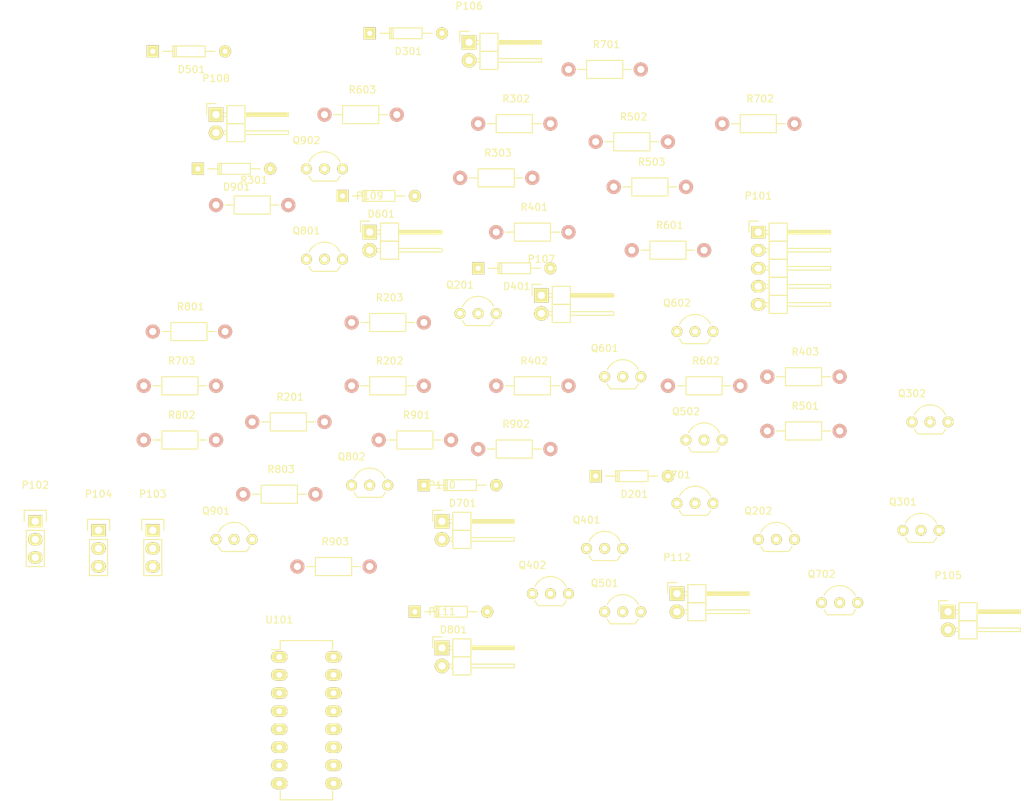
<source format=kicad_pcb>
(kicad_pcb (version 4) (host pcbnew 4.0.0-rc1-stable)

  (general
    (links 109)
    (no_connects 109)
    (area 0 0 0 0)
    (thickness 1.6)
    (drawings 0)
    (tracks 0)
    (zones 0)
    (modules 61)
    (nets 50)
  )

  (page A4)
  (layers
    (0 F.Cu signal)
    (31 B.Cu signal)
    (32 B.Adhes user)
    (33 F.Adhes user)
    (34 B.Paste user)
    (35 F.Paste user)
    (36 B.SilkS user)
    (37 F.SilkS user)
    (38 B.Mask user)
    (39 F.Mask user)
    (40 Dwgs.User user)
    (41 Cmts.User user)
    (42 Eco1.User user)
    (43 Eco2.User user)
    (44 Edge.Cuts user)
    (45 Margin user)
    (46 B.CrtYd user)
    (47 F.CrtYd user)
    (48 B.Fab user)
    (49 F.Fab user)
  )

  (setup
    (last_trace_width 0.25)
    (trace_clearance 0.2)
    (zone_clearance 0.508)
    (zone_45_only no)
    (trace_min 0.2)
    (segment_width 0.2)
    (edge_width 0.15)
    (via_size 0.6)
    (via_drill 0.4)
    (via_min_size 0.4)
    (via_min_drill 0.3)
    (uvia_size 0.3)
    (uvia_drill 0.1)
    (uvias_allowed no)
    (uvia_min_size 0.2)
    (uvia_min_drill 0.1)
    (pcb_text_width 0.3)
    (pcb_text_size 1.5 1.5)
    (mod_edge_width 0.15)
    (mod_text_size 1 1)
    (mod_text_width 0.15)
    (pad_size 1.524 1.524)
    (pad_drill 0.762)
    (pad_to_mask_clearance 0.2)
    (aux_axis_origin 0 0)
    (visible_elements FFFFFF7F)
    (pcbplotparams
      (layerselection 0x00030_80000001)
      (usegerberextensions false)
      (excludeedgelayer true)
      (linewidth 0.100000)
      (plotframeref false)
      (viasonmask false)
      (mode 1)
      (useauxorigin false)
      (hpglpennumber 1)
      (hpglpenspeed 20)
      (hpglpendiameter 15)
      (hpglpenoverlay 2)
      (psnegative false)
      (psa4output false)
      (plotreference true)
      (plotvalue true)
      (plotinvisibletext false)
      (padsonsilk false)
      (subtractmaskfromsilk false)
      (outputformat 1)
      (mirror false)
      (drillshape 1)
      (scaleselection 1)
      (outputdirectory ""))
  )

  (net 0 "")
  (net 1 /SubRelayController1/OutputLow)
  (net 2 +12V)
  (net 3 /SubRelayController2/OutputLow)
  (net 4 /SubRelayController3/OutputLow)
  (net 5 /SubRelayController4/OutputLow)
  (net 6 /SubRelayController5/OutputLow)
  (net 7 /SubRelayController6/OutputLow)
  (net 8 /SubRelayController7/OutputLow)
  (net 9 /SubRelayController8/OutputLow)
  (net 10 +3V3)
  (net 11 "Net-(P101-Pad3)")
  (net 12 "Net-(P101-Pad4)")
  (net 13 GND)
  (net 14 "Net-(P102-Pad1)")
  (net 15 "Net-(P103-Pad1)")
  (net 16 "Net-(P104-Pad1)")
  (net 17 "Net-(Q201-Pad2)")
  (net 18 "Net-(Q201-Pad1)")
  (net 19 "Net-(Q202-Pad2)")
  (net 20 "Net-(Q301-Pad2)")
  (net 21 "Net-(Q301-Pad1)")
  (net 22 "Net-(Q302-Pad2)")
  (net 23 "Net-(Q401-Pad2)")
  (net 24 "Net-(Q401-Pad1)")
  (net 25 "Net-(Q402-Pad2)")
  (net 26 "Net-(Q501-Pad2)")
  (net 27 "Net-(Q501-Pad1)")
  (net 28 "Net-(Q502-Pad2)")
  (net 29 "Net-(Q601-Pad2)")
  (net 30 "Net-(Q601-Pad1)")
  (net 31 "Net-(Q602-Pad2)")
  (net 32 "Net-(Q701-Pad2)")
  (net 33 "Net-(Q701-Pad1)")
  (net 34 "Net-(Q702-Pad2)")
  (net 35 "Net-(Q801-Pad2)")
  (net 36 "Net-(Q801-Pad1)")
  (net 37 "Net-(Q802-Pad2)")
  (net 38 "Net-(Q901-Pad2)")
  (net 39 "Net-(Q901-Pad1)")
  (net 40 "Net-(Q902-Pad2)")
  (net 41 /SubRelayController1/Input)
  (net 42 /SubRelayController2/Input)
  (net 43 /SubRelayController3/Input)
  (net 44 /SubRelayController4/Input)
  (net 45 /SubRelayController5/Input)
  (net 46 /SubRelayController6/Input)
  (net 47 /SubRelayController7/Input)
  (net 48 /SubRelayController8/Input)
  (net 49 "Net-(U101-Pad13)")

  (net_class Default "This is the default net class."
    (clearance 0.2)
    (trace_width 0.25)
    (via_dia 0.6)
    (via_drill 0.4)
    (uvia_dia 0.3)
    (uvia_drill 0.1)
    (add_net +12V)
    (add_net +3V3)
    (add_net /SubRelayController1/Input)
    (add_net /SubRelayController1/OutputLow)
    (add_net /SubRelayController2/Input)
    (add_net /SubRelayController2/OutputLow)
    (add_net /SubRelayController3/Input)
    (add_net /SubRelayController3/OutputLow)
    (add_net /SubRelayController4/Input)
    (add_net /SubRelayController4/OutputLow)
    (add_net /SubRelayController5/Input)
    (add_net /SubRelayController5/OutputLow)
    (add_net /SubRelayController6/Input)
    (add_net /SubRelayController6/OutputLow)
    (add_net /SubRelayController7/Input)
    (add_net /SubRelayController7/OutputLow)
    (add_net /SubRelayController8/Input)
    (add_net /SubRelayController8/OutputLow)
    (add_net GND)
    (add_net "Net-(P101-Pad3)")
    (add_net "Net-(P101-Pad4)")
    (add_net "Net-(P102-Pad1)")
    (add_net "Net-(P103-Pad1)")
    (add_net "Net-(P104-Pad1)")
    (add_net "Net-(Q201-Pad1)")
    (add_net "Net-(Q201-Pad2)")
    (add_net "Net-(Q202-Pad2)")
    (add_net "Net-(Q301-Pad1)")
    (add_net "Net-(Q301-Pad2)")
    (add_net "Net-(Q302-Pad2)")
    (add_net "Net-(Q401-Pad1)")
    (add_net "Net-(Q401-Pad2)")
    (add_net "Net-(Q402-Pad2)")
    (add_net "Net-(Q501-Pad1)")
    (add_net "Net-(Q501-Pad2)")
    (add_net "Net-(Q502-Pad2)")
    (add_net "Net-(Q601-Pad1)")
    (add_net "Net-(Q601-Pad2)")
    (add_net "Net-(Q602-Pad2)")
    (add_net "Net-(Q701-Pad1)")
    (add_net "Net-(Q701-Pad2)")
    (add_net "Net-(Q702-Pad2)")
    (add_net "Net-(Q801-Pad1)")
    (add_net "Net-(Q801-Pad2)")
    (add_net "Net-(Q802-Pad2)")
    (add_net "Net-(Q901-Pad1)")
    (add_net "Net-(Q901-Pad2)")
    (add_net "Net-(Q902-Pad2)")
    (add_net "Net-(U101-Pad13)")
  )

  (module Diodes_ThroughHole:Diode_DO-35_SOD27_Horizontal_RM10 (layer F.Cu) (tedit 552FFC30) (tstamp 565AA1CE)
    (at 152.4 110.49)
    (descr "Diode, DO-35,  SOD27, Horizontal, RM 10mm")
    (tags "Diode, DO-35, SOD27, Horizontal, RM 10mm, 1N4148,")
    (path /565A988A/565AA458)
    (fp_text reference D201 (at 5.43052 2.53746) (layer F.SilkS)
      (effects (font (size 1 1) (thickness 0.15)))
    )
    (fp_text value 1N4048 (at 4.41452 -3.55854) (layer F.Fab)
      (effects (font (size 1 1) (thickness 0.15)))
    )
    (fp_line (start 7.36652 -0.00254) (end 8.76352 -0.00254) (layer F.SilkS) (width 0.15))
    (fp_line (start 2.92152 -0.00254) (end 1.39752 -0.00254) (layer F.SilkS) (width 0.15))
    (fp_line (start 3.30252 -0.76454) (end 3.30252 0.75946) (layer F.SilkS) (width 0.15))
    (fp_line (start 3.04852 -0.76454) (end 3.04852 0.75946) (layer F.SilkS) (width 0.15))
    (fp_line (start 2.79452 -0.00254) (end 2.79452 0.75946) (layer F.SilkS) (width 0.15))
    (fp_line (start 2.79452 0.75946) (end 7.36652 0.75946) (layer F.SilkS) (width 0.15))
    (fp_line (start 7.36652 0.75946) (end 7.36652 -0.76454) (layer F.SilkS) (width 0.15))
    (fp_line (start 7.36652 -0.76454) (end 2.79452 -0.76454) (layer F.SilkS) (width 0.15))
    (fp_line (start 2.79452 -0.76454) (end 2.79452 -0.00254) (layer F.SilkS) (width 0.15))
    (pad 2 thru_hole circle (at 10.16052 -0.00254 180) (size 1.69926 1.69926) (drill 0.70104) (layers *.Cu *.Mask F.SilkS)
      (net 1 /SubRelayController1/OutputLow))
    (pad 1 thru_hole rect (at 0.00052 -0.00254 180) (size 1.69926 1.69926) (drill 0.70104) (layers *.Cu *.Mask F.SilkS)
      (net 2 +12V))
    (model Diodes_ThroughHole.3dshapes/Diode_DO-35_SOD27_Horizontal_RM10.wrl
      (at (xyz 0.2 0 0))
      (scale (xyz 0.4 0.4 0.4))
      (rotate (xyz 0 0 180))
    )
  )

  (module Diodes_ThroughHole:Diode_DO-35_SOD27_Horizontal_RM10 (layer F.Cu) (tedit 552FFC30) (tstamp 565AA1D4)
    (at 120.65 48.26)
    (descr "Diode, DO-35,  SOD27, Horizontal, RM 10mm")
    (tags "Diode, DO-35, SOD27, Horizontal, RM 10mm, 1N4148,")
    (path /565AC915/565AA458)
    (fp_text reference D301 (at 5.43052 2.53746) (layer F.SilkS)
      (effects (font (size 1 1) (thickness 0.15)))
    )
    (fp_text value 1N4048 (at 4.41452 -3.55854) (layer F.Fab)
      (effects (font (size 1 1) (thickness 0.15)))
    )
    (fp_line (start 7.36652 -0.00254) (end 8.76352 -0.00254) (layer F.SilkS) (width 0.15))
    (fp_line (start 2.92152 -0.00254) (end 1.39752 -0.00254) (layer F.SilkS) (width 0.15))
    (fp_line (start 3.30252 -0.76454) (end 3.30252 0.75946) (layer F.SilkS) (width 0.15))
    (fp_line (start 3.04852 -0.76454) (end 3.04852 0.75946) (layer F.SilkS) (width 0.15))
    (fp_line (start 2.79452 -0.00254) (end 2.79452 0.75946) (layer F.SilkS) (width 0.15))
    (fp_line (start 2.79452 0.75946) (end 7.36652 0.75946) (layer F.SilkS) (width 0.15))
    (fp_line (start 7.36652 0.75946) (end 7.36652 -0.76454) (layer F.SilkS) (width 0.15))
    (fp_line (start 7.36652 -0.76454) (end 2.79452 -0.76454) (layer F.SilkS) (width 0.15))
    (fp_line (start 2.79452 -0.76454) (end 2.79452 -0.00254) (layer F.SilkS) (width 0.15))
    (pad 2 thru_hole circle (at 10.16052 -0.00254 180) (size 1.69926 1.69926) (drill 0.70104) (layers *.Cu *.Mask F.SilkS)
      (net 3 /SubRelayController2/OutputLow))
    (pad 1 thru_hole rect (at 0.00052 -0.00254 180) (size 1.69926 1.69926) (drill 0.70104) (layers *.Cu *.Mask F.SilkS)
      (net 2 +12V))
    (model Diodes_ThroughHole.3dshapes/Diode_DO-35_SOD27_Horizontal_RM10.wrl
      (at (xyz 0.2 0 0))
      (scale (xyz 0.4 0.4 0.4))
      (rotate (xyz 0 0 180))
    )
  )

  (module Diodes_ThroughHole:Diode_DO-35_SOD27_Horizontal_RM10 (layer F.Cu) (tedit 552FFC30) (tstamp 565AA1DA)
    (at 135.89 81.28)
    (descr "Diode, DO-35,  SOD27, Horizontal, RM 10mm")
    (tags "Diode, DO-35, SOD27, Horizontal, RM 10mm, 1N4148,")
    (path /565ACF6E/565AA458)
    (fp_text reference D401 (at 5.43052 2.53746) (layer F.SilkS)
      (effects (font (size 1 1) (thickness 0.15)))
    )
    (fp_text value 1N4048 (at 4.41452 -3.55854) (layer F.Fab)
      (effects (font (size 1 1) (thickness 0.15)))
    )
    (fp_line (start 7.36652 -0.00254) (end 8.76352 -0.00254) (layer F.SilkS) (width 0.15))
    (fp_line (start 2.92152 -0.00254) (end 1.39752 -0.00254) (layer F.SilkS) (width 0.15))
    (fp_line (start 3.30252 -0.76454) (end 3.30252 0.75946) (layer F.SilkS) (width 0.15))
    (fp_line (start 3.04852 -0.76454) (end 3.04852 0.75946) (layer F.SilkS) (width 0.15))
    (fp_line (start 2.79452 -0.00254) (end 2.79452 0.75946) (layer F.SilkS) (width 0.15))
    (fp_line (start 2.79452 0.75946) (end 7.36652 0.75946) (layer F.SilkS) (width 0.15))
    (fp_line (start 7.36652 0.75946) (end 7.36652 -0.76454) (layer F.SilkS) (width 0.15))
    (fp_line (start 7.36652 -0.76454) (end 2.79452 -0.76454) (layer F.SilkS) (width 0.15))
    (fp_line (start 2.79452 -0.76454) (end 2.79452 -0.00254) (layer F.SilkS) (width 0.15))
    (pad 2 thru_hole circle (at 10.16052 -0.00254 180) (size 1.69926 1.69926) (drill 0.70104) (layers *.Cu *.Mask F.SilkS)
      (net 4 /SubRelayController3/OutputLow))
    (pad 1 thru_hole rect (at 0.00052 -0.00254 180) (size 1.69926 1.69926) (drill 0.70104) (layers *.Cu *.Mask F.SilkS)
      (net 2 +12V))
    (model Diodes_ThroughHole.3dshapes/Diode_DO-35_SOD27_Horizontal_RM10.wrl
      (at (xyz 0.2 0 0))
      (scale (xyz 0.4 0.4 0.4))
      (rotate (xyz 0 0 180))
    )
  )

  (module Diodes_ThroughHole:Diode_DO-35_SOD27_Horizontal_RM10 (layer F.Cu) (tedit 552FFC30) (tstamp 565AA1E0)
    (at 90.17 50.8)
    (descr "Diode, DO-35,  SOD27, Horizontal, RM 10mm")
    (tags "Diode, DO-35, SOD27, Horizontal, RM 10mm, 1N4148,")
    (path /565ACF73/565AA458)
    (fp_text reference D501 (at 5.43052 2.53746) (layer F.SilkS)
      (effects (font (size 1 1) (thickness 0.15)))
    )
    (fp_text value 1N4048 (at 4.41452 -3.55854) (layer F.Fab)
      (effects (font (size 1 1) (thickness 0.15)))
    )
    (fp_line (start 7.36652 -0.00254) (end 8.76352 -0.00254) (layer F.SilkS) (width 0.15))
    (fp_line (start 2.92152 -0.00254) (end 1.39752 -0.00254) (layer F.SilkS) (width 0.15))
    (fp_line (start 3.30252 -0.76454) (end 3.30252 0.75946) (layer F.SilkS) (width 0.15))
    (fp_line (start 3.04852 -0.76454) (end 3.04852 0.75946) (layer F.SilkS) (width 0.15))
    (fp_line (start 2.79452 -0.00254) (end 2.79452 0.75946) (layer F.SilkS) (width 0.15))
    (fp_line (start 2.79452 0.75946) (end 7.36652 0.75946) (layer F.SilkS) (width 0.15))
    (fp_line (start 7.36652 0.75946) (end 7.36652 -0.76454) (layer F.SilkS) (width 0.15))
    (fp_line (start 7.36652 -0.76454) (end 2.79452 -0.76454) (layer F.SilkS) (width 0.15))
    (fp_line (start 2.79452 -0.76454) (end 2.79452 -0.00254) (layer F.SilkS) (width 0.15))
    (pad 2 thru_hole circle (at 10.16052 -0.00254 180) (size 1.69926 1.69926) (drill 0.70104) (layers *.Cu *.Mask F.SilkS)
      (net 5 /SubRelayController4/OutputLow))
    (pad 1 thru_hole rect (at 0.00052 -0.00254 180) (size 1.69926 1.69926) (drill 0.70104) (layers *.Cu *.Mask F.SilkS)
      (net 2 +12V))
    (model Diodes_ThroughHole.3dshapes/Diode_DO-35_SOD27_Horizontal_RM10.wrl
      (at (xyz 0.2 0 0))
      (scale (xyz 0.4 0.4 0.4))
      (rotate (xyz 0 0 180))
    )
  )

  (module Diodes_ThroughHole:Diode_DO-35_SOD27_Horizontal_RM10 (layer F.Cu) (tedit 552FFC30) (tstamp 565AA1E6)
    (at 116.84 71.12)
    (descr "Diode, DO-35,  SOD27, Horizontal, RM 10mm")
    (tags "Diode, DO-35, SOD27, Horizontal, RM 10mm, 1N4148,")
    (path /565AE61C/565AA458)
    (fp_text reference D601 (at 5.43052 2.53746) (layer F.SilkS)
      (effects (font (size 1 1) (thickness 0.15)))
    )
    (fp_text value 1N4048 (at 4.41452 -3.55854) (layer F.Fab)
      (effects (font (size 1 1) (thickness 0.15)))
    )
    (fp_line (start 7.36652 -0.00254) (end 8.76352 -0.00254) (layer F.SilkS) (width 0.15))
    (fp_line (start 2.92152 -0.00254) (end 1.39752 -0.00254) (layer F.SilkS) (width 0.15))
    (fp_line (start 3.30252 -0.76454) (end 3.30252 0.75946) (layer F.SilkS) (width 0.15))
    (fp_line (start 3.04852 -0.76454) (end 3.04852 0.75946) (layer F.SilkS) (width 0.15))
    (fp_line (start 2.79452 -0.00254) (end 2.79452 0.75946) (layer F.SilkS) (width 0.15))
    (fp_line (start 2.79452 0.75946) (end 7.36652 0.75946) (layer F.SilkS) (width 0.15))
    (fp_line (start 7.36652 0.75946) (end 7.36652 -0.76454) (layer F.SilkS) (width 0.15))
    (fp_line (start 7.36652 -0.76454) (end 2.79452 -0.76454) (layer F.SilkS) (width 0.15))
    (fp_line (start 2.79452 -0.76454) (end 2.79452 -0.00254) (layer F.SilkS) (width 0.15))
    (pad 2 thru_hole circle (at 10.16052 -0.00254 180) (size 1.69926 1.69926) (drill 0.70104) (layers *.Cu *.Mask F.SilkS)
      (net 6 /SubRelayController5/OutputLow))
    (pad 1 thru_hole rect (at 0.00052 -0.00254 180) (size 1.69926 1.69926) (drill 0.70104) (layers *.Cu *.Mask F.SilkS)
      (net 2 +12V))
    (model Diodes_ThroughHole.3dshapes/Diode_DO-35_SOD27_Horizontal_RM10.wrl
      (at (xyz 0.2 0 0))
      (scale (xyz 0.4 0.4 0.4))
      (rotate (xyz 0 0 180))
    )
  )

  (module Diodes_ThroughHole:Diode_DO-35_SOD27_Horizontal_RM10 (layer F.Cu) (tedit 552FFC30) (tstamp 565AA1EC)
    (at 128.27 111.76)
    (descr "Diode, DO-35,  SOD27, Horizontal, RM 10mm")
    (tags "Diode, DO-35, SOD27, Horizontal, RM 10mm, 1N4148,")
    (path /565AE621/565AA458)
    (fp_text reference D701 (at 5.43052 2.53746) (layer F.SilkS)
      (effects (font (size 1 1) (thickness 0.15)))
    )
    (fp_text value 1N4048 (at 4.41452 -3.55854) (layer F.Fab)
      (effects (font (size 1 1) (thickness 0.15)))
    )
    (fp_line (start 7.36652 -0.00254) (end 8.76352 -0.00254) (layer F.SilkS) (width 0.15))
    (fp_line (start 2.92152 -0.00254) (end 1.39752 -0.00254) (layer F.SilkS) (width 0.15))
    (fp_line (start 3.30252 -0.76454) (end 3.30252 0.75946) (layer F.SilkS) (width 0.15))
    (fp_line (start 3.04852 -0.76454) (end 3.04852 0.75946) (layer F.SilkS) (width 0.15))
    (fp_line (start 2.79452 -0.00254) (end 2.79452 0.75946) (layer F.SilkS) (width 0.15))
    (fp_line (start 2.79452 0.75946) (end 7.36652 0.75946) (layer F.SilkS) (width 0.15))
    (fp_line (start 7.36652 0.75946) (end 7.36652 -0.76454) (layer F.SilkS) (width 0.15))
    (fp_line (start 7.36652 -0.76454) (end 2.79452 -0.76454) (layer F.SilkS) (width 0.15))
    (fp_line (start 2.79452 -0.76454) (end 2.79452 -0.00254) (layer F.SilkS) (width 0.15))
    (pad 2 thru_hole circle (at 10.16052 -0.00254 180) (size 1.69926 1.69926) (drill 0.70104) (layers *.Cu *.Mask F.SilkS)
      (net 7 /SubRelayController6/OutputLow))
    (pad 1 thru_hole rect (at 0.00052 -0.00254 180) (size 1.69926 1.69926) (drill 0.70104) (layers *.Cu *.Mask F.SilkS)
      (net 2 +12V))
    (model Diodes_ThroughHole.3dshapes/Diode_DO-35_SOD27_Horizontal_RM10.wrl
      (at (xyz 0.2 0 0))
      (scale (xyz 0.4 0.4 0.4))
      (rotate (xyz 0 0 180))
    )
  )

  (module Diodes_ThroughHole:Diode_DO-35_SOD27_Horizontal_RM10 (layer F.Cu) (tedit 552FFC30) (tstamp 565AA1F2)
    (at 127 129.54)
    (descr "Diode, DO-35,  SOD27, Horizontal, RM 10mm")
    (tags "Diode, DO-35, SOD27, Horizontal, RM 10mm, 1N4148,")
    (path /565AE626/565AA458)
    (fp_text reference D801 (at 5.43052 2.53746) (layer F.SilkS)
      (effects (font (size 1 1) (thickness 0.15)))
    )
    (fp_text value 1N4048 (at 4.41452 -3.55854) (layer F.Fab)
      (effects (font (size 1 1) (thickness 0.15)))
    )
    (fp_line (start 7.36652 -0.00254) (end 8.76352 -0.00254) (layer F.SilkS) (width 0.15))
    (fp_line (start 2.92152 -0.00254) (end 1.39752 -0.00254) (layer F.SilkS) (width 0.15))
    (fp_line (start 3.30252 -0.76454) (end 3.30252 0.75946) (layer F.SilkS) (width 0.15))
    (fp_line (start 3.04852 -0.76454) (end 3.04852 0.75946) (layer F.SilkS) (width 0.15))
    (fp_line (start 2.79452 -0.00254) (end 2.79452 0.75946) (layer F.SilkS) (width 0.15))
    (fp_line (start 2.79452 0.75946) (end 7.36652 0.75946) (layer F.SilkS) (width 0.15))
    (fp_line (start 7.36652 0.75946) (end 7.36652 -0.76454) (layer F.SilkS) (width 0.15))
    (fp_line (start 7.36652 -0.76454) (end 2.79452 -0.76454) (layer F.SilkS) (width 0.15))
    (fp_line (start 2.79452 -0.76454) (end 2.79452 -0.00254) (layer F.SilkS) (width 0.15))
    (pad 2 thru_hole circle (at 10.16052 -0.00254 180) (size 1.69926 1.69926) (drill 0.70104) (layers *.Cu *.Mask F.SilkS)
      (net 8 /SubRelayController7/OutputLow))
    (pad 1 thru_hole rect (at 0.00052 -0.00254 180) (size 1.69926 1.69926) (drill 0.70104) (layers *.Cu *.Mask F.SilkS)
      (net 2 +12V))
    (model Diodes_ThroughHole.3dshapes/Diode_DO-35_SOD27_Horizontal_RM10.wrl
      (at (xyz 0.2 0 0))
      (scale (xyz 0.4 0.4 0.4))
      (rotate (xyz 0 0 180))
    )
  )

  (module Diodes_ThroughHole:Diode_DO-35_SOD27_Horizontal_RM10 (layer F.Cu) (tedit 552FFC30) (tstamp 565AA1F8)
    (at 96.52 67.31)
    (descr "Diode, DO-35,  SOD27, Horizontal, RM 10mm")
    (tags "Diode, DO-35, SOD27, Horizontal, RM 10mm, 1N4148,")
    (path /565AE62B/565AA458)
    (fp_text reference D901 (at 5.43052 2.53746) (layer F.SilkS)
      (effects (font (size 1 1) (thickness 0.15)))
    )
    (fp_text value 1N4048 (at 4.41452 -3.55854) (layer F.Fab)
      (effects (font (size 1 1) (thickness 0.15)))
    )
    (fp_line (start 7.36652 -0.00254) (end 8.76352 -0.00254) (layer F.SilkS) (width 0.15))
    (fp_line (start 2.92152 -0.00254) (end 1.39752 -0.00254) (layer F.SilkS) (width 0.15))
    (fp_line (start 3.30252 -0.76454) (end 3.30252 0.75946) (layer F.SilkS) (width 0.15))
    (fp_line (start 3.04852 -0.76454) (end 3.04852 0.75946) (layer F.SilkS) (width 0.15))
    (fp_line (start 2.79452 -0.00254) (end 2.79452 0.75946) (layer F.SilkS) (width 0.15))
    (fp_line (start 2.79452 0.75946) (end 7.36652 0.75946) (layer F.SilkS) (width 0.15))
    (fp_line (start 7.36652 0.75946) (end 7.36652 -0.76454) (layer F.SilkS) (width 0.15))
    (fp_line (start 7.36652 -0.76454) (end 2.79452 -0.76454) (layer F.SilkS) (width 0.15))
    (fp_line (start 2.79452 -0.76454) (end 2.79452 -0.00254) (layer F.SilkS) (width 0.15))
    (pad 2 thru_hole circle (at 10.16052 -0.00254 180) (size 1.69926 1.69926) (drill 0.70104) (layers *.Cu *.Mask F.SilkS)
      (net 9 /SubRelayController8/OutputLow))
    (pad 1 thru_hole rect (at 0.00052 -0.00254 180) (size 1.69926 1.69926) (drill 0.70104) (layers *.Cu *.Mask F.SilkS)
      (net 2 +12V))
    (model Diodes_ThroughHole.3dshapes/Diode_DO-35_SOD27_Horizontal_RM10.wrl
      (at (xyz 0.2 0 0))
      (scale (xyz 0.4 0.4 0.4))
      (rotate (xyz 0 0 180))
    )
  )

  (module Pin_Headers:Pin_Header_Angled_1x05 (layer F.Cu) (tedit 0) (tstamp 565AA201)
    (at 175.26 76.2)
    (descr "Through hole pin header")
    (tags "pin header")
    (path /565BD6F9)
    (fp_text reference P101 (at 0 -5.1) (layer F.SilkS)
      (effects (font (size 1 1) (thickness 0.15)))
    )
    (fp_text value CONN_01X05 (at 0 -3.1) (layer F.Fab)
      (effects (font (size 1 1) (thickness 0.15)))
    )
    (fp_line (start -1.5 -1.75) (end -1.5 11.95) (layer F.CrtYd) (width 0.05))
    (fp_line (start 10.65 -1.75) (end 10.65 11.95) (layer F.CrtYd) (width 0.05))
    (fp_line (start -1.5 -1.75) (end 10.65 -1.75) (layer F.CrtYd) (width 0.05))
    (fp_line (start -1.5 11.95) (end 10.65 11.95) (layer F.CrtYd) (width 0.05))
    (fp_line (start -1.3 -1.55) (end -1.3 0) (layer F.SilkS) (width 0.15))
    (fp_line (start 0 -1.55) (end -1.3 -1.55) (layer F.SilkS) (width 0.15))
    (fp_line (start 4.191 -0.127) (end 10.033 -0.127) (layer F.SilkS) (width 0.15))
    (fp_line (start 10.033 -0.127) (end 10.033 0.127) (layer F.SilkS) (width 0.15))
    (fp_line (start 10.033 0.127) (end 4.191 0.127) (layer F.SilkS) (width 0.15))
    (fp_line (start 4.191 0.127) (end 4.191 0) (layer F.SilkS) (width 0.15))
    (fp_line (start 4.191 0) (end 10.033 0) (layer F.SilkS) (width 0.15))
    (fp_line (start 1.524 -0.254) (end 1.143 -0.254) (layer F.SilkS) (width 0.15))
    (fp_line (start 1.524 0.254) (end 1.143 0.254) (layer F.SilkS) (width 0.15))
    (fp_line (start 1.524 2.286) (end 1.143 2.286) (layer F.SilkS) (width 0.15))
    (fp_line (start 1.524 2.794) (end 1.143 2.794) (layer F.SilkS) (width 0.15))
    (fp_line (start 1.524 4.826) (end 1.143 4.826) (layer F.SilkS) (width 0.15))
    (fp_line (start 1.524 5.334) (end 1.143 5.334) (layer F.SilkS) (width 0.15))
    (fp_line (start 1.524 7.366) (end 1.143 7.366) (layer F.SilkS) (width 0.15))
    (fp_line (start 1.524 7.874) (end 1.143 7.874) (layer F.SilkS) (width 0.15))
    (fp_line (start 1.524 10.414) (end 1.143 10.414) (layer F.SilkS) (width 0.15))
    (fp_line (start 1.524 9.906) (end 1.143 9.906) (layer F.SilkS) (width 0.15))
    (fp_line (start 4.064 1.27) (end 4.064 -1.27) (layer F.SilkS) (width 0.15))
    (fp_line (start 10.16 0.254) (end 4.064 0.254) (layer F.SilkS) (width 0.15))
    (fp_line (start 10.16 -0.254) (end 10.16 0.254) (layer F.SilkS) (width 0.15))
    (fp_line (start 4.064 -0.254) (end 10.16 -0.254) (layer F.SilkS) (width 0.15))
    (fp_line (start 1.524 1.27) (end 4.064 1.27) (layer F.SilkS) (width 0.15))
    (fp_line (start 1.524 -1.27) (end 1.524 1.27) (layer F.SilkS) (width 0.15))
    (fp_line (start 1.524 -1.27) (end 4.064 -1.27) (layer F.SilkS) (width 0.15))
    (fp_line (start 1.524 3.81) (end 4.064 3.81) (layer F.SilkS) (width 0.15))
    (fp_line (start 1.524 3.81) (end 1.524 6.35) (layer F.SilkS) (width 0.15))
    (fp_line (start 1.524 6.35) (end 4.064 6.35) (layer F.SilkS) (width 0.15))
    (fp_line (start 4.064 4.826) (end 10.16 4.826) (layer F.SilkS) (width 0.15))
    (fp_line (start 10.16 4.826) (end 10.16 5.334) (layer F.SilkS) (width 0.15))
    (fp_line (start 10.16 5.334) (end 4.064 5.334) (layer F.SilkS) (width 0.15))
    (fp_line (start 4.064 6.35) (end 4.064 3.81) (layer F.SilkS) (width 0.15))
    (fp_line (start 4.064 3.81) (end 4.064 1.27) (layer F.SilkS) (width 0.15))
    (fp_line (start 10.16 2.794) (end 4.064 2.794) (layer F.SilkS) (width 0.15))
    (fp_line (start 10.16 2.286) (end 10.16 2.794) (layer F.SilkS) (width 0.15))
    (fp_line (start 4.064 2.286) (end 10.16 2.286) (layer F.SilkS) (width 0.15))
    (fp_line (start 1.524 3.81) (end 4.064 3.81) (layer F.SilkS) (width 0.15))
    (fp_line (start 1.524 1.27) (end 1.524 3.81) (layer F.SilkS) (width 0.15))
    (fp_line (start 1.524 1.27) (end 4.064 1.27) (layer F.SilkS) (width 0.15))
    (fp_line (start 1.524 8.89) (end 4.064 8.89) (layer F.SilkS) (width 0.15))
    (fp_line (start 1.524 8.89) (end 1.524 11.43) (layer F.SilkS) (width 0.15))
    (fp_line (start 1.524 11.43) (end 4.064 11.43) (layer F.SilkS) (width 0.15))
    (fp_line (start 4.064 9.906) (end 10.16 9.906) (layer F.SilkS) (width 0.15))
    (fp_line (start 10.16 9.906) (end 10.16 10.414) (layer F.SilkS) (width 0.15))
    (fp_line (start 10.16 10.414) (end 4.064 10.414) (layer F.SilkS) (width 0.15))
    (fp_line (start 4.064 11.43) (end 4.064 8.89) (layer F.SilkS) (width 0.15))
    (fp_line (start 4.064 8.89) (end 4.064 6.35) (layer F.SilkS) (width 0.15))
    (fp_line (start 10.16 7.874) (end 4.064 7.874) (layer F.SilkS) (width 0.15))
    (fp_line (start 10.16 7.366) (end 10.16 7.874) (layer F.SilkS) (width 0.15))
    (fp_line (start 4.064 7.366) (end 10.16 7.366) (layer F.SilkS) (width 0.15))
    (fp_line (start 1.524 8.89) (end 4.064 8.89) (layer F.SilkS) (width 0.15))
    (fp_line (start 1.524 6.35) (end 1.524 8.89) (layer F.SilkS) (width 0.15))
    (fp_line (start 1.524 6.35) (end 4.064 6.35) (layer F.SilkS) (width 0.15))
    (pad 1 thru_hole rect (at 0 0) (size 2.032 1.7272) (drill 1.016) (layers *.Cu *.Mask F.SilkS)
      (net 2 +12V))
    (pad 2 thru_hole oval (at 0 2.54) (size 2.032 1.7272) (drill 1.016) (layers *.Cu *.Mask F.SilkS)
      (net 10 +3V3))
    (pad 3 thru_hole oval (at 0 5.08) (size 2.032 1.7272) (drill 1.016) (layers *.Cu *.Mask F.SilkS)
      (net 11 "Net-(P101-Pad3)"))
    (pad 4 thru_hole oval (at 0 7.62) (size 2.032 1.7272) (drill 1.016) (layers *.Cu *.Mask F.SilkS)
      (net 12 "Net-(P101-Pad4)"))
    (pad 5 thru_hole oval (at 0 10.16) (size 2.032 1.7272) (drill 1.016) (layers *.Cu *.Mask F.SilkS)
      (net 13 GND))
    (model Pin_Headers.3dshapes/Pin_Header_Angled_1x05.wrl
      (at (xyz 0 -0.2 0))
      (scale (xyz 1 1 1))
      (rotate (xyz 0 0 90))
    )
  )

  (module Pin_Headers:Pin_Header_Straight_1x03 (layer F.Cu) (tedit 0) (tstamp 565AA208)
    (at 73.66 116.84)
    (descr "Through hole pin header")
    (tags "pin header")
    (path /565BD940)
    (fp_text reference P102 (at 0 -5.1) (layer F.SilkS)
      (effects (font (size 1 1) (thickness 0.15)))
    )
    (fp_text value CONN_01X03 (at 0 -3.1) (layer F.Fab)
      (effects (font (size 1 1) (thickness 0.15)))
    )
    (fp_line (start -1.75 -1.75) (end -1.75 6.85) (layer F.CrtYd) (width 0.05))
    (fp_line (start 1.75 -1.75) (end 1.75 6.85) (layer F.CrtYd) (width 0.05))
    (fp_line (start -1.75 -1.75) (end 1.75 -1.75) (layer F.CrtYd) (width 0.05))
    (fp_line (start -1.75 6.85) (end 1.75 6.85) (layer F.CrtYd) (width 0.05))
    (fp_line (start -1.27 1.27) (end -1.27 6.35) (layer F.SilkS) (width 0.15))
    (fp_line (start -1.27 6.35) (end 1.27 6.35) (layer F.SilkS) (width 0.15))
    (fp_line (start 1.27 6.35) (end 1.27 1.27) (layer F.SilkS) (width 0.15))
    (fp_line (start 1.55 -1.55) (end 1.55 0) (layer F.SilkS) (width 0.15))
    (fp_line (start 1.27 1.27) (end -1.27 1.27) (layer F.SilkS) (width 0.15))
    (fp_line (start -1.55 0) (end -1.55 -1.55) (layer F.SilkS) (width 0.15))
    (fp_line (start -1.55 -1.55) (end 1.55 -1.55) (layer F.SilkS) (width 0.15))
    (pad 1 thru_hole rect (at 0 0) (size 2.032 1.7272) (drill 1.016) (layers *.Cu *.Mask F.SilkS)
      (net 14 "Net-(P102-Pad1)"))
    (pad 2 thru_hole oval (at 0 2.54) (size 2.032 1.7272) (drill 1.016) (layers *.Cu *.Mask F.SilkS)
      (net 13 GND))
    (pad 3 thru_hole oval (at 0 5.08) (size 2.032 1.7272) (drill 1.016) (layers *.Cu *.Mask F.SilkS)
      (net 10 +3V3))
    (model Pin_Headers.3dshapes/Pin_Header_Straight_1x03.wrl
      (at (xyz 0 -0.1 0))
      (scale (xyz 1 1 1))
      (rotate (xyz 0 0 90))
    )
  )

  (module Pin_Headers:Pin_Header_Straight_1x03 (layer F.Cu) (tedit 0) (tstamp 565AA20F)
    (at 90.17 118.11)
    (descr "Through hole pin header")
    (tags "pin header")
    (path /565BDA34)
    (fp_text reference P103 (at 0 -5.1) (layer F.SilkS)
      (effects (font (size 1 1) (thickness 0.15)))
    )
    (fp_text value CONN_01X03 (at 0 -3.1) (layer F.Fab)
      (effects (font (size 1 1) (thickness 0.15)))
    )
    (fp_line (start -1.75 -1.75) (end -1.75 6.85) (layer F.CrtYd) (width 0.05))
    (fp_line (start 1.75 -1.75) (end 1.75 6.85) (layer F.CrtYd) (width 0.05))
    (fp_line (start -1.75 -1.75) (end 1.75 -1.75) (layer F.CrtYd) (width 0.05))
    (fp_line (start -1.75 6.85) (end 1.75 6.85) (layer F.CrtYd) (width 0.05))
    (fp_line (start -1.27 1.27) (end -1.27 6.35) (layer F.SilkS) (width 0.15))
    (fp_line (start -1.27 6.35) (end 1.27 6.35) (layer F.SilkS) (width 0.15))
    (fp_line (start 1.27 6.35) (end 1.27 1.27) (layer F.SilkS) (width 0.15))
    (fp_line (start 1.55 -1.55) (end 1.55 0) (layer F.SilkS) (width 0.15))
    (fp_line (start 1.27 1.27) (end -1.27 1.27) (layer F.SilkS) (width 0.15))
    (fp_line (start -1.55 0) (end -1.55 -1.55) (layer F.SilkS) (width 0.15))
    (fp_line (start -1.55 -1.55) (end 1.55 -1.55) (layer F.SilkS) (width 0.15))
    (pad 1 thru_hole rect (at 0 0) (size 2.032 1.7272) (drill 1.016) (layers *.Cu *.Mask F.SilkS)
      (net 15 "Net-(P103-Pad1)"))
    (pad 2 thru_hole oval (at 0 2.54) (size 2.032 1.7272) (drill 1.016) (layers *.Cu *.Mask F.SilkS)
      (net 13 GND))
    (pad 3 thru_hole oval (at 0 5.08) (size 2.032 1.7272) (drill 1.016) (layers *.Cu *.Mask F.SilkS)
      (net 10 +3V3))
    (model Pin_Headers.3dshapes/Pin_Header_Straight_1x03.wrl
      (at (xyz 0 -0.1 0))
      (scale (xyz 1 1 1))
      (rotate (xyz 0 0 90))
    )
  )

  (module Pin_Headers:Pin_Header_Straight_1x03 (layer F.Cu) (tedit 0) (tstamp 565AA216)
    (at 82.55 118.11)
    (descr "Through hole pin header")
    (tags "pin header")
    (path /565BDB54)
    (fp_text reference P104 (at 0 -5.1) (layer F.SilkS)
      (effects (font (size 1 1) (thickness 0.15)))
    )
    (fp_text value CONN_01X03 (at 0 -3.1) (layer F.Fab)
      (effects (font (size 1 1) (thickness 0.15)))
    )
    (fp_line (start -1.75 -1.75) (end -1.75 6.85) (layer F.CrtYd) (width 0.05))
    (fp_line (start 1.75 -1.75) (end 1.75 6.85) (layer F.CrtYd) (width 0.05))
    (fp_line (start -1.75 -1.75) (end 1.75 -1.75) (layer F.CrtYd) (width 0.05))
    (fp_line (start -1.75 6.85) (end 1.75 6.85) (layer F.CrtYd) (width 0.05))
    (fp_line (start -1.27 1.27) (end -1.27 6.35) (layer F.SilkS) (width 0.15))
    (fp_line (start -1.27 6.35) (end 1.27 6.35) (layer F.SilkS) (width 0.15))
    (fp_line (start 1.27 6.35) (end 1.27 1.27) (layer F.SilkS) (width 0.15))
    (fp_line (start 1.55 -1.55) (end 1.55 0) (layer F.SilkS) (width 0.15))
    (fp_line (start 1.27 1.27) (end -1.27 1.27) (layer F.SilkS) (width 0.15))
    (fp_line (start -1.55 0) (end -1.55 -1.55) (layer F.SilkS) (width 0.15))
    (fp_line (start -1.55 -1.55) (end 1.55 -1.55) (layer F.SilkS) (width 0.15))
    (pad 1 thru_hole rect (at 0 0) (size 2.032 1.7272) (drill 1.016) (layers *.Cu *.Mask F.SilkS)
      (net 16 "Net-(P104-Pad1)"))
    (pad 2 thru_hole oval (at 0 2.54) (size 2.032 1.7272) (drill 1.016) (layers *.Cu *.Mask F.SilkS)
      (net 13 GND))
    (pad 3 thru_hole oval (at 0 5.08) (size 2.032 1.7272) (drill 1.016) (layers *.Cu *.Mask F.SilkS)
      (net 10 +3V3))
    (model Pin_Headers.3dshapes/Pin_Header_Straight_1x03.wrl
      (at (xyz 0 -0.1 0))
      (scale (xyz 1 1 1))
      (rotate (xyz 0 0 90))
    )
  )

  (module Pin_Headers:Pin_Header_Angled_1x02 (layer F.Cu) (tedit 0) (tstamp 565AA21C)
    (at 201.93 129.54)
    (descr "Through hole pin header")
    (tags "pin header")
    (path /565C40EB)
    (fp_text reference P105 (at 0 -5.1) (layer F.SilkS)
      (effects (font (size 1 1) (thickness 0.15)))
    )
    (fp_text value CONN_01X02 (at 0 -3.1) (layer F.Fab)
      (effects (font (size 1 1) (thickness 0.15)))
    )
    (fp_line (start -1.5 -1.75) (end -1.5 4.3) (layer F.CrtYd) (width 0.05))
    (fp_line (start 10.65 -1.75) (end 10.65 4.3) (layer F.CrtYd) (width 0.05))
    (fp_line (start -1.5 -1.75) (end 10.65 -1.75) (layer F.CrtYd) (width 0.05))
    (fp_line (start -1.5 4.3) (end 10.65 4.3) (layer F.CrtYd) (width 0.05))
    (fp_line (start -1.3 -1.55) (end -1.3 0) (layer F.SilkS) (width 0.15))
    (fp_line (start 0 -1.55) (end -1.3 -1.55) (layer F.SilkS) (width 0.15))
    (fp_line (start 4.191 -0.127) (end 10.033 -0.127) (layer F.SilkS) (width 0.15))
    (fp_line (start 10.033 -0.127) (end 10.033 0.127) (layer F.SilkS) (width 0.15))
    (fp_line (start 10.033 0.127) (end 4.191 0.127) (layer F.SilkS) (width 0.15))
    (fp_line (start 4.191 0.127) (end 4.191 0) (layer F.SilkS) (width 0.15))
    (fp_line (start 4.191 0) (end 10.033 0) (layer F.SilkS) (width 0.15))
    (fp_line (start 1.524 -0.254) (end 1.143 -0.254) (layer F.SilkS) (width 0.15))
    (fp_line (start 1.524 0.254) (end 1.143 0.254) (layer F.SilkS) (width 0.15))
    (fp_line (start 1.524 2.286) (end 1.143 2.286) (layer F.SilkS) (width 0.15))
    (fp_line (start 1.524 2.794) (end 1.143 2.794) (layer F.SilkS) (width 0.15))
    (fp_line (start 1.524 -1.27) (end 4.064 -1.27) (layer F.SilkS) (width 0.15))
    (fp_line (start 1.524 1.27) (end 4.064 1.27) (layer F.SilkS) (width 0.15))
    (fp_line (start 1.524 1.27) (end 1.524 3.81) (layer F.SilkS) (width 0.15))
    (fp_line (start 1.524 3.81) (end 4.064 3.81) (layer F.SilkS) (width 0.15))
    (fp_line (start 4.064 2.286) (end 10.16 2.286) (layer F.SilkS) (width 0.15))
    (fp_line (start 10.16 2.286) (end 10.16 2.794) (layer F.SilkS) (width 0.15))
    (fp_line (start 10.16 2.794) (end 4.064 2.794) (layer F.SilkS) (width 0.15))
    (fp_line (start 4.064 3.81) (end 4.064 1.27) (layer F.SilkS) (width 0.15))
    (fp_line (start 4.064 1.27) (end 4.064 -1.27) (layer F.SilkS) (width 0.15))
    (fp_line (start 10.16 0.254) (end 4.064 0.254) (layer F.SilkS) (width 0.15))
    (fp_line (start 10.16 -0.254) (end 10.16 0.254) (layer F.SilkS) (width 0.15))
    (fp_line (start 4.064 -0.254) (end 10.16 -0.254) (layer F.SilkS) (width 0.15))
    (fp_line (start 1.524 1.27) (end 4.064 1.27) (layer F.SilkS) (width 0.15))
    (fp_line (start 1.524 -1.27) (end 1.524 1.27) (layer F.SilkS) (width 0.15))
    (pad 1 thru_hole rect (at 0 0) (size 2.032 2.032) (drill 1.016) (layers *.Cu *.Mask F.SilkS)
      (net 1 /SubRelayController1/OutputLow))
    (pad 2 thru_hole oval (at 0 2.54) (size 2.032 2.032) (drill 1.016) (layers *.Cu *.Mask F.SilkS)
      (net 2 +12V))
    (model Pin_Headers.3dshapes/Pin_Header_Angled_1x02.wrl
      (at (xyz 0 -0.05 0))
      (scale (xyz 1 1 1))
      (rotate (xyz 0 0 90))
    )
  )

  (module Pin_Headers:Pin_Header_Angled_1x02 (layer F.Cu) (tedit 0) (tstamp 565AA222)
    (at 134.62 49.53)
    (descr "Through hole pin header")
    (tags "pin header")
    (path /565C42FC)
    (fp_text reference P106 (at 0 -5.1) (layer F.SilkS)
      (effects (font (size 1 1) (thickness 0.15)))
    )
    (fp_text value CONN_01X02 (at 0 -3.1) (layer F.Fab)
      (effects (font (size 1 1) (thickness 0.15)))
    )
    (fp_line (start -1.5 -1.75) (end -1.5 4.3) (layer F.CrtYd) (width 0.05))
    (fp_line (start 10.65 -1.75) (end 10.65 4.3) (layer F.CrtYd) (width 0.05))
    (fp_line (start -1.5 -1.75) (end 10.65 -1.75) (layer F.CrtYd) (width 0.05))
    (fp_line (start -1.5 4.3) (end 10.65 4.3) (layer F.CrtYd) (width 0.05))
    (fp_line (start -1.3 -1.55) (end -1.3 0) (layer F.SilkS) (width 0.15))
    (fp_line (start 0 -1.55) (end -1.3 -1.55) (layer F.SilkS) (width 0.15))
    (fp_line (start 4.191 -0.127) (end 10.033 -0.127) (layer F.SilkS) (width 0.15))
    (fp_line (start 10.033 -0.127) (end 10.033 0.127) (layer F.SilkS) (width 0.15))
    (fp_line (start 10.033 0.127) (end 4.191 0.127) (layer F.SilkS) (width 0.15))
    (fp_line (start 4.191 0.127) (end 4.191 0) (layer F.SilkS) (width 0.15))
    (fp_line (start 4.191 0) (end 10.033 0) (layer F.SilkS) (width 0.15))
    (fp_line (start 1.524 -0.254) (end 1.143 -0.254) (layer F.SilkS) (width 0.15))
    (fp_line (start 1.524 0.254) (end 1.143 0.254) (layer F.SilkS) (width 0.15))
    (fp_line (start 1.524 2.286) (end 1.143 2.286) (layer F.SilkS) (width 0.15))
    (fp_line (start 1.524 2.794) (end 1.143 2.794) (layer F.SilkS) (width 0.15))
    (fp_line (start 1.524 -1.27) (end 4.064 -1.27) (layer F.SilkS) (width 0.15))
    (fp_line (start 1.524 1.27) (end 4.064 1.27) (layer F.SilkS) (width 0.15))
    (fp_line (start 1.524 1.27) (end 1.524 3.81) (layer F.SilkS) (width 0.15))
    (fp_line (start 1.524 3.81) (end 4.064 3.81) (layer F.SilkS) (width 0.15))
    (fp_line (start 4.064 2.286) (end 10.16 2.286) (layer F.SilkS) (width 0.15))
    (fp_line (start 10.16 2.286) (end 10.16 2.794) (layer F.SilkS) (width 0.15))
    (fp_line (start 10.16 2.794) (end 4.064 2.794) (layer F.SilkS) (width 0.15))
    (fp_line (start 4.064 3.81) (end 4.064 1.27) (layer F.SilkS) (width 0.15))
    (fp_line (start 4.064 1.27) (end 4.064 -1.27) (layer F.SilkS) (width 0.15))
    (fp_line (start 10.16 0.254) (end 4.064 0.254) (layer F.SilkS) (width 0.15))
    (fp_line (start 10.16 -0.254) (end 10.16 0.254) (layer F.SilkS) (width 0.15))
    (fp_line (start 4.064 -0.254) (end 10.16 -0.254) (layer F.SilkS) (width 0.15))
    (fp_line (start 1.524 1.27) (end 4.064 1.27) (layer F.SilkS) (width 0.15))
    (fp_line (start 1.524 -1.27) (end 1.524 1.27) (layer F.SilkS) (width 0.15))
    (pad 1 thru_hole rect (at 0 0) (size 2.032 2.032) (drill 1.016) (layers *.Cu *.Mask F.SilkS)
      (net 3 /SubRelayController2/OutputLow))
    (pad 2 thru_hole oval (at 0 2.54) (size 2.032 2.032) (drill 1.016) (layers *.Cu *.Mask F.SilkS)
      (net 2 +12V))
    (model Pin_Headers.3dshapes/Pin_Header_Angled_1x02.wrl
      (at (xyz 0 -0.05 0))
      (scale (xyz 1 1 1))
      (rotate (xyz 0 0 90))
    )
  )

  (module Pin_Headers:Pin_Header_Angled_1x02 (layer F.Cu) (tedit 0) (tstamp 565AA228)
    (at 144.78 85.09)
    (descr "Through hole pin header")
    (tags "pin header")
    (path /565C43F0)
    (fp_text reference P107 (at 0 -5.1) (layer F.SilkS)
      (effects (font (size 1 1) (thickness 0.15)))
    )
    (fp_text value CONN_01X02 (at 0 -3.1) (layer F.Fab)
      (effects (font (size 1 1) (thickness 0.15)))
    )
    (fp_line (start -1.5 -1.75) (end -1.5 4.3) (layer F.CrtYd) (width 0.05))
    (fp_line (start 10.65 -1.75) (end 10.65 4.3) (layer F.CrtYd) (width 0.05))
    (fp_line (start -1.5 -1.75) (end 10.65 -1.75) (layer F.CrtYd) (width 0.05))
    (fp_line (start -1.5 4.3) (end 10.65 4.3) (layer F.CrtYd) (width 0.05))
    (fp_line (start -1.3 -1.55) (end -1.3 0) (layer F.SilkS) (width 0.15))
    (fp_line (start 0 -1.55) (end -1.3 -1.55) (layer F.SilkS) (width 0.15))
    (fp_line (start 4.191 -0.127) (end 10.033 -0.127) (layer F.SilkS) (width 0.15))
    (fp_line (start 10.033 -0.127) (end 10.033 0.127) (layer F.SilkS) (width 0.15))
    (fp_line (start 10.033 0.127) (end 4.191 0.127) (layer F.SilkS) (width 0.15))
    (fp_line (start 4.191 0.127) (end 4.191 0) (layer F.SilkS) (width 0.15))
    (fp_line (start 4.191 0) (end 10.033 0) (layer F.SilkS) (width 0.15))
    (fp_line (start 1.524 -0.254) (end 1.143 -0.254) (layer F.SilkS) (width 0.15))
    (fp_line (start 1.524 0.254) (end 1.143 0.254) (layer F.SilkS) (width 0.15))
    (fp_line (start 1.524 2.286) (end 1.143 2.286) (layer F.SilkS) (width 0.15))
    (fp_line (start 1.524 2.794) (end 1.143 2.794) (layer F.SilkS) (width 0.15))
    (fp_line (start 1.524 -1.27) (end 4.064 -1.27) (layer F.SilkS) (width 0.15))
    (fp_line (start 1.524 1.27) (end 4.064 1.27) (layer F.SilkS) (width 0.15))
    (fp_line (start 1.524 1.27) (end 1.524 3.81) (layer F.SilkS) (width 0.15))
    (fp_line (start 1.524 3.81) (end 4.064 3.81) (layer F.SilkS) (width 0.15))
    (fp_line (start 4.064 2.286) (end 10.16 2.286) (layer F.SilkS) (width 0.15))
    (fp_line (start 10.16 2.286) (end 10.16 2.794) (layer F.SilkS) (width 0.15))
    (fp_line (start 10.16 2.794) (end 4.064 2.794) (layer F.SilkS) (width 0.15))
    (fp_line (start 4.064 3.81) (end 4.064 1.27) (layer F.SilkS) (width 0.15))
    (fp_line (start 4.064 1.27) (end 4.064 -1.27) (layer F.SilkS) (width 0.15))
    (fp_line (start 10.16 0.254) (end 4.064 0.254) (layer F.SilkS) (width 0.15))
    (fp_line (start 10.16 -0.254) (end 10.16 0.254) (layer F.SilkS) (width 0.15))
    (fp_line (start 4.064 -0.254) (end 10.16 -0.254) (layer F.SilkS) (width 0.15))
    (fp_line (start 1.524 1.27) (end 4.064 1.27) (layer F.SilkS) (width 0.15))
    (fp_line (start 1.524 -1.27) (end 1.524 1.27) (layer F.SilkS) (width 0.15))
    (pad 1 thru_hole rect (at 0 0) (size 2.032 2.032) (drill 1.016) (layers *.Cu *.Mask F.SilkS)
      (net 4 /SubRelayController3/OutputLow))
    (pad 2 thru_hole oval (at 0 2.54) (size 2.032 2.032) (drill 1.016) (layers *.Cu *.Mask F.SilkS)
      (net 2 +12V))
    (model Pin_Headers.3dshapes/Pin_Header_Angled_1x02.wrl
      (at (xyz 0 -0.05 0))
      (scale (xyz 1 1 1))
      (rotate (xyz 0 0 90))
    )
  )

  (module Pin_Headers:Pin_Header_Angled_1x02 (layer F.Cu) (tedit 0) (tstamp 565AA22E)
    (at 99.06 59.69)
    (descr "Through hole pin header")
    (tags "pin header")
    (path /565C44C0)
    (fp_text reference P108 (at 0 -5.1) (layer F.SilkS)
      (effects (font (size 1 1) (thickness 0.15)))
    )
    (fp_text value CONN_01X02 (at 0 -3.1) (layer F.Fab)
      (effects (font (size 1 1) (thickness 0.15)))
    )
    (fp_line (start -1.5 -1.75) (end -1.5 4.3) (layer F.CrtYd) (width 0.05))
    (fp_line (start 10.65 -1.75) (end 10.65 4.3) (layer F.CrtYd) (width 0.05))
    (fp_line (start -1.5 -1.75) (end 10.65 -1.75) (layer F.CrtYd) (width 0.05))
    (fp_line (start -1.5 4.3) (end 10.65 4.3) (layer F.CrtYd) (width 0.05))
    (fp_line (start -1.3 -1.55) (end -1.3 0) (layer F.SilkS) (width 0.15))
    (fp_line (start 0 -1.55) (end -1.3 -1.55) (layer F.SilkS) (width 0.15))
    (fp_line (start 4.191 -0.127) (end 10.033 -0.127) (layer F.SilkS) (width 0.15))
    (fp_line (start 10.033 -0.127) (end 10.033 0.127) (layer F.SilkS) (width 0.15))
    (fp_line (start 10.033 0.127) (end 4.191 0.127) (layer F.SilkS) (width 0.15))
    (fp_line (start 4.191 0.127) (end 4.191 0) (layer F.SilkS) (width 0.15))
    (fp_line (start 4.191 0) (end 10.033 0) (layer F.SilkS) (width 0.15))
    (fp_line (start 1.524 -0.254) (end 1.143 -0.254) (layer F.SilkS) (width 0.15))
    (fp_line (start 1.524 0.254) (end 1.143 0.254) (layer F.SilkS) (width 0.15))
    (fp_line (start 1.524 2.286) (end 1.143 2.286) (layer F.SilkS) (width 0.15))
    (fp_line (start 1.524 2.794) (end 1.143 2.794) (layer F.SilkS) (width 0.15))
    (fp_line (start 1.524 -1.27) (end 4.064 -1.27) (layer F.SilkS) (width 0.15))
    (fp_line (start 1.524 1.27) (end 4.064 1.27) (layer F.SilkS) (width 0.15))
    (fp_line (start 1.524 1.27) (end 1.524 3.81) (layer F.SilkS) (width 0.15))
    (fp_line (start 1.524 3.81) (end 4.064 3.81) (layer F.SilkS) (width 0.15))
    (fp_line (start 4.064 2.286) (end 10.16 2.286) (layer F.SilkS) (width 0.15))
    (fp_line (start 10.16 2.286) (end 10.16 2.794) (layer F.SilkS) (width 0.15))
    (fp_line (start 10.16 2.794) (end 4.064 2.794) (layer F.SilkS) (width 0.15))
    (fp_line (start 4.064 3.81) (end 4.064 1.27) (layer F.SilkS) (width 0.15))
    (fp_line (start 4.064 1.27) (end 4.064 -1.27) (layer F.SilkS) (width 0.15))
    (fp_line (start 10.16 0.254) (end 4.064 0.254) (layer F.SilkS) (width 0.15))
    (fp_line (start 10.16 -0.254) (end 10.16 0.254) (layer F.SilkS) (width 0.15))
    (fp_line (start 4.064 -0.254) (end 10.16 -0.254) (layer F.SilkS) (width 0.15))
    (fp_line (start 1.524 1.27) (end 4.064 1.27) (layer F.SilkS) (width 0.15))
    (fp_line (start 1.524 -1.27) (end 1.524 1.27) (layer F.SilkS) (width 0.15))
    (pad 1 thru_hole rect (at 0 0) (size 2.032 2.032) (drill 1.016) (layers *.Cu *.Mask F.SilkS)
      (net 5 /SubRelayController4/OutputLow))
    (pad 2 thru_hole oval (at 0 2.54) (size 2.032 2.032) (drill 1.016) (layers *.Cu *.Mask F.SilkS)
      (net 2 +12V))
    (model Pin_Headers.3dshapes/Pin_Header_Angled_1x02.wrl
      (at (xyz 0 -0.05 0))
      (scale (xyz 1 1 1))
      (rotate (xyz 0 0 90))
    )
  )

  (module Pin_Headers:Pin_Header_Angled_1x02 (layer F.Cu) (tedit 0) (tstamp 565AA234)
    (at 120.65 76.2)
    (descr "Through hole pin header")
    (tags "pin header")
    (path /565C5D5A)
    (fp_text reference P109 (at 0 -5.1) (layer F.SilkS)
      (effects (font (size 1 1) (thickness 0.15)))
    )
    (fp_text value CONN_01X02 (at 0 -3.1) (layer F.Fab)
      (effects (font (size 1 1) (thickness 0.15)))
    )
    (fp_line (start -1.5 -1.75) (end -1.5 4.3) (layer F.CrtYd) (width 0.05))
    (fp_line (start 10.65 -1.75) (end 10.65 4.3) (layer F.CrtYd) (width 0.05))
    (fp_line (start -1.5 -1.75) (end 10.65 -1.75) (layer F.CrtYd) (width 0.05))
    (fp_line (start -1.5 4.3) (end 10.65 4.3) (layer F.CrtYd) (width 0.05))
    (fp_line (start -1.3 -1.55) (end -1.3 0) (layer F.SilkS) (width 0.15))
    (fp_line (start 0 -1.55) (end -1.3 -1.55) (layer F.SilkS) (width 0.15))
    (fp_line (start 4.191 -0.127) (end 10.033 -0.127) (layer F.SilkS) (width 0.15))
    (fp_line (start 10.033 -0.127) (end 10.033 0.127) (layer F.SilkS) (width 0.15))
    (fp_line (start 10.033 0.127) (end 4.191 0.127) (layer F.SilkS) (width 0.15))
    (fp_line (start 4.191 0.127) (end 4.191 0) (layer F.SilkS) (width 0.15))
    (fp_line (start 4.191 0) (end 10.033 0) (layer F.SilkS) (width 0.15))
    (fp_line (start 1.524 -0.254) (end 1.143 -0.254) (layer F.SilkS) (width 0.15))
    (fp_line (start 1.524 0.254) (end 1.143 0.254) (layer F.SilkS) (width 0.15))
    (fp_line (start 1.524 2.286) (end 1.143 2.286) (layer F.SilkS) (width 0.15))
    (fp_line (start 1.524 2.794) (end 1.143 2.794) (layer F.SilkS) (width 0.15))
    (fp_line (start 1.524 -1.27) (end 4.064 -1.27) (layer F.SilkS) (width 0.15))
    (fp_line (start 1.524 1.27) (end 4.064 1.27) (layer F.SilkS) (width 0.15))
    (fp_line (start 1.524 1.27) (end 1.524 3.81) (layer F.SilkS) (width 0.15))
    (fp_line (start 1.524 3.81) (end 4.064 3.81) (layer F.SilkS) (width 0.15))
    (fp_line (start 4.064 2.286) (end 10.16 2.286) (layer F.SilkS) (width 0.15))
    (fp_line (start 10.16 2.286) (end 10.16 2.794) (layer F.SilkS) (width 0.15))
    (fp_line (start 10.16 2.794) (end 4.064 2.794) (layer F.SilkS) (width 0.15))
    (fp_line (start 4.064 3.81) (end 4.064 1.27) (layer F.SilkS) (width 0.15))
    (fp_line (start 4.064 1.27) (end 4.064 -1.27) (layer F.SilkS) (width 0.15))
    (fp_line (start 10.16 0.254) (end 4.064 0.254) (layer F.SilkS) (width 0.15))
    (fp_line (start 10.16 -0.254) (end 10.16 0.254) (layer F.SilkS) (width 0.15))
    (fp_line (start 4.064 -0.254) (end 10.16 -0.254) (layer F.SilkS) (width 0.15))
    (fp_line (start 1.524 1.27) (end 4.064 1.27) (layer F.SilkS) (width 0.15))
    (fp_line (start 1.524 -1.27) (end 1.524 1.27) (layer F.SilkS) (width 0.15))
    (pad 1 thru_hole rect (at 0 0) (size 2.032 2.032) (drill 1.016) (layers *.Cu *.Mask F.SilkS)
      (net 6 /SubRelayController5/OutputLow))
    (pad 2 thru_hole oval (at 0 2.54) (size 2.032 2.032) (drill 1.016) (layers *.Cu *.Mask F.SilkS)
      (net 2 +12V))
    (model Pin_Headers.3dshapes/Pin_Header_Angled_1x02.wrl
      (at (xyz 0 -0.05 0))
      (scale (xyz 1 1 1))
      (rotate (xyz 0 0 90))
    )
  )

  (module Pin_Headers:Pin_Header_Angled_1x02 (layer F.Cu) (tedit 0) (tstamp 565AA23A)
    (at 130.81 116.84)
    (descr "Through hole pin header")
    (tags "pin header")
    (path /565C5E36)
    (fp_text reference P110 (at 0 -5.1) (layer F.SilkS)
      (effects (font (size 1 1) (thickness 0.15)))
    )
    (fp_text value CONN_01X02 (at 0 -3.1) (layer F.Fab)
      (effects (font (size 1 1) (thickness 0.15)))
    )
    (fp_line (start -1.5 -1.75) (end -1.5 4.3) (layer F.CrtYd) (width 0.05))
    (fp_line (start 10.65 -1.75) (end 10.65 4.3) (layer F.CrtYd) (width 0.05))
    (fp_line (start -1.5 -1.75) (end 10.65 -1.75) (layer F.CrtYd) (width 0.05))
    (fp_line (start -1.5 4.3) (end 10.65 4.3) (layer F.CrtYd) (width 0.05))
    (fp_line (start -1.3 -1.55) (end -1.3 0) (layer F.SilkS) (width 0.15))
    (fp_line (start 0 -1.55) (end -1.3 -1.55) (layer F.SilkS) (width 0.15))
    (fp_line (start 4.191 -0.127) (end 10.033 -0.127) (layer F.SilkS) (width 0.15))
    (fp_line (start 10.033 -0.127) (end 10.033 0.127) (layer F.SilkS) (width 0.15))
    (fp_line (start 10.033 0.127) (end 4.191 0.127) (layer F.SilkS) (width 0.15))
    (fp_line (start 4.191 0.127) (end 4.191 0) (layer F.SilkS) (width 0.15))
    (fp_line (start 4.191 0) (end 10.033 0) (layer F.SilkS) (width 0.15))
    (fp_line (start 1.524 -0.254) (end 1.143 -0.254) (layer F.SilkS) (width 0.15))
    (fp_line (start 1.524 0.254) (end 1.143 0.254) (layer F.SilkS) (width 0.15))
    (fp_line (start 1.524 2.286) (end 1.143 2.286) (layer F.SilkS) (width 0.15))
    (fp_line (start 1.524 2.794) (end 1.143 2.794) (layer F.SilkS) (width 0.15))
    (fp_line (start 1.524 -1.27) (end 4.064 -1.27) (layer F.SilkS) (width 0.15))
    (fp_line (start 1.524 1.27) (end 4.064 1.27) (layer F.SilkS) (width 0.15))
    (fp_line (start 1.524 1.27) (end 1.524 3.81) (layer F.SilkS) (width 0.15))
    (fp_line (start 1.524 3.81) (end 4.064 3.81) (layer F.SilkS) (width 0.15))
    (fp_line (start 4.064 2.286) (end 10.16 2.286) (layer F.SilkS) (width 0.15))
    (fp_line (start 10.16 2.286) (end 10.16 2.794) (layer F.SilkS) (width 0.15))
    (fp_line (start 10.16 2.794) (end 4.064 2.794) (layer F.SilkS) (width 0.15))
    (fp_line (start 4.064 3.81) (end 4.064 1.27) (layer F.SilkS) (width 0.15))
    (fp_line (start 4.064 1.27) (end 4.064 -1.27) (layer F.SilkS) (width 0.15))
    (fp_line (start 10.16 0.254) (end 4.064 0.254) (layer F.SilkS) (width 0.15))
    (fp_line (start 10.16 -0.254) (end 10.16 0.254) (layer F.SilkS) (width 0.15))
    (fp_line (start 4.064 -0.254) (end 10.16 -0.254) (layer F.SilkS) (width 0.15))
    (fp_line (start 1.524 1.27) (end 4.064 1.27) (layer F.SilkS) (width 0.15))
    (fp_line (start 1.524 -1.27) (end 1.524 1.27) (layer F.SilkS) (width 0.15))
    (pad 1 thru_hole rect (at 0 0) (size 2.032 2.032) (drill 1.016) (layers *.Cu *.Mask F.SilkS)
      (net 7 /SubRelayController6/OutputLow))
    (pad 2 thru_hole oval (at 0 2.54) (size 2.032 2.032) (drill 1.016) (layers *.Cu *.Mask F.SilkS)
      (net 2 +12V))
    (model Pin_Headers.3dshapes/Pin_Header_Angled_1x02.wrl
      (at (xyz 0 -0.05 0))
      (scale (xyz 1 1 1))
      (rotate (xyz 0 0 90))
    )
  )

  (module Pin_Headers:Pin_Header_Angled_1x02 (layer F.Cu) (tedit 0) (tstamp 565AA240)
    (at 130.81 134.62)
    (descr "Through hole pin header")
    (tags "pin header")
    (path /565C5F1B)
    (fp_text reference P111 (at 0 -5.1) (layer F.SilkS)
      (effects (font (size 1 1) (thickness 0.15)))
    )
    (fp_text value CONN_01X02 (at 0 -3.1) (layer F.Fab)
      (effects (font (size 1 1) (thickness 0.15)))
    )
    (fp_line (start -1.5 -1.75) (end -1.5 4.3) (layer F.CrtYd) (width 0.05))
    (fp_line (start 10.65 -1.75) (end 10.65 4.3) (layer F.CrtYd) (width 0.05))
    (fp_line (start -1.5 -1.75) (end 10.65 -1.75) (layer F.CrtYd) (width 0.05))
    (fp_line (start -1.5 4.3) (end 10.65 4.3) (layer F.CrtYd) (width 0.05))
    (fp_line (start -1.3 -1.55) (end -1.3 0) (layer F.SilkS) (width 0.15))
    (fp_line (start 0 -1.55) (end -1.3 -1.55) (layer F.SilkS) (width 0.15))
    (fp_line (start 4.191 -0.127) (end 10.033 -0.127) (layer F.SilkS) (width 0.15))
    (fp_line (start 10.033 -0.127) (end 10.033 0.127) (layer F.SilkS) (width 0.15))
    (fp_line (start 10.033 0.127) (end 4.191 0.127) (layer F.SilkS) (width 0.15))
    (fp_line (start 4.191 0.127) (end 4.191 0) (layer F.SilkS) (width 0.15))
    (fp_line (start 4.191 0) (end 10.033 0) (layer F.SilkS) (width 0.15))
    (fp_line (start 1.524 -0.254) (end 1.143 -0.254) (layer F.SilkS) (width 0.15))
    (fp_line (start 1.524 0.254) (end 1.143 0.254) (layer F.SilkS) (width 0.15))
    (fp_line (start 1.524 2.286) (end 1.143 2.286) (layer F.SilkS) (width 0.15))
    (fp_line (start 1.524 2.794) (end 1.143 2.794) (layer F.SilkS) (width 0.15))
    (fp_line (start 1.524 -1.27) (end 4.064 -1.27) (layer F.SilkS) (width 0.15))
    (fp_line (start 1.524 1.27) (end 4.064 1.27) (layer F.SilkS) (width 0.15))
    (fp_line (start 1.524 1.27) (end 1.524 3.81) (layer F.SilkS) (width 0.15))
    (fp_line (start 1.524 3.81) (end 4.064 3.81) (layer F.SilkS) (width 0.15))
    (fp_line (start 4.064 2.286) (end 10.16 2.286) (layer F.SilkS) (width 0.15))
    (fp_line (start 10.16 2.286) (end 10.16 2.794) (layer F.SilkS) (width 0.15))
    (fp_line (start 10.16 2.794) (end 4.064 2.794) (layer F.SilkS) (width 0.15))
    (fp_line (start 4.064 3.81) (end 4.064 1.27) (layer F.SilkS) (width 0.15))
    (fp_line (start 4.064 1.27) (end 4.064 -1.27) (layer F.SilkS) (width 0.15))
    (fp_line (start 10.16 0.254) (end 4.064 0.254) (layer F.SilkS) (width 0.15))
    (fp_line (start 10.16 -0.254) (end 10.16 0.254) (layer F.SilkS) (width 0.15))
    (fp_line (start 4.064 -0.254) (end 10.16 -0.254) (layer F.SilkS) (width 0.15))
    (fp_line (start 1.524 1.27) (end 4.064 1.27) (layer F.SilkS) (width 0.15))
    (fp_line (start 1.524 -1.27) (end 1.524 1.27) (layer F.SilkS) (width 0.15))
    (pad 1 thru_hole rect (at 0 0) (size 2.032 2.032) (drill 1.016) (layers *.Cu *.Mask F.SilkS)
      (net 8 /SubRelayController7/OutputLow))
    (pad 2 thru_hole oval (at 0 2.54) (size 2.032 2.032) (drill 1.016) (layers *.Cu *.Mask F.SilkS)
      (net 2 +12V))
    (model Pin_Headers.3dshapes/Pin_Header_Angled_1x02.wrl
      (at (xyz 0 -0.05 0))
      (scale (xyz 1 1 1))
      (rotate (xyz 0 0 90))
    )
  )

  (module Pin_Headers:Pin_Header_Angled_1x02 (layer F.Cu) (tedit 0) (tstamp 565AA246)
    (at 163.83 127)
    (descr "Through hole pin header")
    (tags "pin header")
    (path /565C744B)
    (fp_text reference P112 (at 0 -5.1) (layer F.SilkS)
      (effects (font (size 1 1) (thickness 0.15)))
    )
    (fp_text value CONN_01X02 (at 0 -3.1) (layer F.Fab)
      (effects (font (size 1 1) (thickness 0.15)))
    )
    (fp_line (start -1.5 -1.75) (end -1.5 4.3) (layer F.CrtYd) (width 0.05))
    (fp_line (start 10.65 -1.75) (end 10.65 4.3) (layer F.CrtYd) (width 0.05))
    (fp_line (start -1.5 -1.75) (end 10.65 -1.75) (layer F.CrtYd) (width 0.05))
    (fp_line (start -1.5 4.3) (end 10.65 4.3) (layer F.CrtYd) (width 0.05))
    (fp_line (start -1.3 -1.55) (end -1.3 0) (layer F.SilkS) (width 0.15))
    (fp_line (start 0 -1.55) (end -1.3 -1.55) (layer F.SilkS) (width 0.15))
    (fp_line (start 4.191 -0.127) (end 10.033 -0.127) (layer F.SilkS) (width 0.15))
    (fp_line (start 10.033 -0.127) (end 10.033 0.127) (layer F.SilkS) (width 0.15))
    (fp_line (start 10.033 0.127) (end 4.191 0.127) (layer F.SilkS) (width 0.15))
    (fp_line (start 4.191 0.127) (end 4.191 0) (layer F.SilkS) (width 0.15))
    (fp_line (start 4.191 0) (end 10.033 0) (layer F.SilkS) (width 0.15))
    (fp_line (start 1.524 -0.254) (end 1.143 -0.254) (layer F.SilkS) (width 0.15))
    (fp_line (start 1.524 0.254) (end 1.143 0.254) (layer F.SilkS) (width 0.15))
    (fp_line (start 1.524 2.286) (end 1.143 2.286) (layer F.SilkS) (width 0.15))
    (fp_line (start 1.524 2.794) (end 1.143 2.794) (layer F.SilkS) (width 0.15))
    (fp_line (start 1.524 -1.27) (end 4.064 -1.27) (layer F.SilkS) (width 0.15))
    (fp_line (start 1.524 1.27) (end 4.064 1.27) (layer F.SilkS) (width 0.15))
    (fp_line (start 1.524 1.27) (end 1.524 3.81) (layer F.SilkS) (width 0.15))
    (fp_line (start 1.524 3.81) (end 4.064 3.81) (layer F.SilkS) (width 0.15))
    (fp_line (start 4.064 2.286) (end 10.16 2.286) (layer F.SilkS) (width 0.15))
    (fp_line (start 10.16 2.286) (end 10.16 2.794) (layer F.SilkS) (width 0.15))
    (fp_line (start 10.16 2.794) (end 4.064 2.794) (layer F.SilkS) (width 0.15))
    (fp_line (start 4.064 3.81) (end 4.064 1.27) (layer F.SilkS) (width 0.15))
    (fp_line (start 4.064 1.27) (end 4.064 -1.27) (layer F.SilkS) (width 0.15))
    (fp_line (start 10.16 0.254) (end 4.064 0.254) (layer F.SilkS) (width 0.15))
    (fp_line (start 10.16 -0.254) (end 10.16 0.254) (layer F.SilkS) (width 0.15))
    (fp_line (start 4.064 -0.254) (end 10.16 -0.254) (layer F.SilkS) (width 0.15))
    (fp_line (start 1.524 1.27) (end 4.064 1.27) (layer F.SilkS) (width 0.15))
    (fp_line (start 1.524 -1.27) (end 1.524 1.27) (layer F.SilkS) (width 0.15))
    (pad 1 thru_hole rect (at 0 0) (size 2.032 2.032) (drill 1.016) (layers *.Cu *.Mask F.SilkS)
      (net 9 /SubRelayController8/OutputLow))
    (pad 2 thru_hole oval (at 0 2.54) (size 2.032 2.032) (drill 1.016) (layers *.Cu *.Mask F.SilkS)
      (net 2 +12V))
    (model Pin_Headers.3dshapes/Pin_Header_Angled_1x02.wrl
      (at (xyz 0 -0.05 0))
      (scale (xyz 1 1 1))
      (rotate (xyz 0 0 90))
    )
  )

  (module TO_SOT_Packages_THT:TO-92_Inline_Wide (layer F.Cu) (tedit 54F242B4) (tstamp 565AA24D)
    (at 133.35 87.63)
    (descr "TO-92 leads in-line, wide, drill 0.8mm (see NXP sot054_po.pdf)")
    (tags "to-92 sc-43 sc-43a sot54 PA33 transistor")
    (path /565A988A/565A9A3D)
    (fp_text reference Q201 (at 0 -4 180) (layer F.SilkS)
      (effects (font (size 1 1) (thickness 0.15)))
    )
    (fp_text value BC547 (at 0 3) (layer F.Fab)
      (effects (font (size 1 1) (thickness 0.15)))
    )
    (fp_arc (start 2.54 0) (end 0.84 1.7) (angle 20.5) (layer F.SilkS) (width 0.15))
    (fp_arc (start 2.54 0) (end 4.24 1.7) (angle -20.5) (layer F.SilkS) (width 0.15))
    (fp_line (start -1 1.95) (end -1 -2.65) (layer F.CrtYd) (width 0.05))
    (fp_line (start -1 1.95) (end 6.1 1.95) (layer F.CrtYd) (width 0.05))
    (fp_line (start 0.84 1.7) (end 4.24 1.7) (layer F.SilkS) (width 0.15))
    (fp_arc (start 2.54 0) (end 2.54 -2.4) (angle -65.55604127) (layer F.SilkS) (width 0.15))
    (fp_arc (start 2.54 0) (end 2.54 -2.4) (angle 65.55604127) (layer F.SilkS) (width 0.15))
    (fp_line (start -1 -2.65) (end 6.1 -2.65) (layer F.CrtYd) (width 0.05))
    (fp_line (start 6.1 1.95) (end 6.1 -2.65) (layer F.CrtYd) (width 0.05))
    (pad 2 thru_hole circle (at 2.54 0 90) (size 1.524 1.524) (drill 0.8) (layers *.Cu *.Mask F.SilkS)
      (net 17 "Net-(Q201-Pad2)"))
    (pad 3 thru_hole circle (at 5.08 0 90) (size 1.524 1.524) (drill 0.8) (layers *.Cu *.Mask F.SilkS)
      (net 13 GND))
    (pad 1 thru_hole circle (at 0 0 90) (size 1.524 1.524) (drill 0.8) (layers *.Cu *.Mask F.SilkS)
      (net 18 "Net-(Q201-Pad1)"))
    (model TO_SOT_Packages_THT.3dshapes/TO-92_Inline_Wide.wrl
      (at (xyz 0.1 0 0))
      (scale (xyz 1 1 1))
      (rotate (xyz 0 0 -90))
    )
  )

  (module TO_SOT_Packages_THT:TO-92_Inline_Wide (layer F.Cu) (tedit 54F242B4) (tstamp 565AA254)
    (at 175.26 119.38)
    (descr "TO-92 leads in-line, wide, drill 0.8mm (see NXP sot054_po.pdf)")
    (tags "to-92 sc-43 sc-43a sot54 PA33 transistor")
    (path /565A988A/565A9895)
    (fp_text reference Q202 (at 0 -4 180) (layer F.SilkS)
      (effects (font (size 1 1) (thickness 0.15)))
    )
    (fp_text value BC547 (at 0 3) (layer F.Fab)
      (effects (font (size 1 1) (thickness 0.15)))
    )
    (fp_arc (start 2.54 0) (end 0.84 1.7) (angle 20.5) (layer F.SilkS) (width 0.15))
    (fp_arc (start 2.54 0) (end 4.24 1.7) (angle -20.5) (layer F.SilkS) (width 0.15))
    (fp_line (start -1 1.95) (end -1 -2.65) (layer F.CrtYd) (width 0.05))
    (fp_line (start -1 1.95) (end 6.1 1.95) (layer F.CrtYd) (width 0.05))
    (fp_line (start 0.84 1.7) (end 4.24 1.7) (layer F.SilkS) (width 0.15))
    (fp_arc (start 2.54 0) (end 2.54 -2.4) (angle -65.55604127) (layer F.SilkS) (width 0.15))
    (fp_arc (start 2.54 0) (end 2.54 -2.4) (angle 65.55604127) (layer F.SilkS) (width 0.15))
    (fp_line (start -1 -2.65) (end 6.1 -2.65) (layer F.CrtYd) (width 0.05))
    (fp_line (start 6.1 1.95) (end 6.1 -2.65) (layer F.CrtYd) (width 0.05))
    (pad 2 thru_hole circle (at 2.54 0 90) (size 1.524 1.524) (drill 0.8) (layers *.Cu *.Mask F.SilkS)
      (net 19 "Net-(Q202-Pad2)"))
    (pad 3 thru_hole circle (at 5.08 0 90) (size 1.524 1.524) (drill 0.8) (layers *.Cu *.Mask F.SilkS)
      (net 13 GND))
    (pad 1 thru_hole circle (at 0 0 90) (size 1.524 1.524) (drill 0.8) (layers *.Cu *.Mask F.SilkS)
      (net 1 /SubRelayController1/OutputLow))
    (model TO_SOT_Packages_THT.3dshapes/TO-92_Inline_Wide.wrl
      (at (xyz 0.1 0 0))
      (scale (xyz 1 1 1))
      (rotate (xyz 0 0 -90))
    )
  )

  (module TO_SOT_Packages_THT:TO-92_Inline_Wide (layer F.Cu) (tedit 54F242B4) (tstamp 565AA25B)
    (at 195.58 118.11)
    (descr "TO-92 leads in-line, wide, drill 0.8mm (see NXP sot054_po.pdf)")
    (tags "to-92 sc-43 sc-43a sot54 PA33 transistor")
    (path /565AC915/565A9A3D)
    (fp_text reference Q301 (at 0 -4 180) (layer F.SilkS)
      (effects (font (size 1 1) (thickness 0.15)))
    )
    (fp_text value BC547 (at 0 3) (layer F.Fab)
      (effects (font (size 1 1) (thickness 0.15)))
    )
    (fp_arc (start 2.54 0) (end 0.84 1.7) (angle 20.5) (layer F.SilkS) (width 0.15))
    (fp_arc (start 2.54 0) (end 4.24 1.7) (angle -20.5) (layer F.SilkS) (width 0.15))
    (fp_line (start -1 1.95) (end -1 -2.65) (layer F.CrtYd) (width 0.05))
    (fp_line (start -1 1.95) (end 6.1 1.95) (layer F.CrtYd) (width 0.05))
    (fp_line (start 0.84 1.7) (end 4.24 1.7) (layer F.SilkS) (width 0.15))
    (fp_arc (start 2.54 0) (end 2.54 -2.4) (angle -65.55604127) (layer F.SilkS) (width 0.15))
    (fp_arc (start 2.54 0) (end 2.54 -2.4) (angle 65.55604127) (layer F.SilkS) (width 0.15))
    (fp_line (start -1 -2.65) (end 6.1 -2.65) (layer F.CrtYd) (width 0.05))
    (fp_line (start 6.1 1.95) (end 6.1 -2.65) (layer F.CrtYd) (width 0.05))
    (pad 2 thru_hole circle (at 2.54 0 90) (size 1.524 1.524) (drill 0.8) (layers *.Cu *.Mask F.SilkS)
      (net 20 "Net-(Q301-Pad2)"))
    (pad 3 thru_hole circle (at 5.08 0 90) (size 1.524 1.524) (drill 0.8) (layers *.Cu *.Mask F.SilkS)
      (net 13 GND))
    (pad 1 thru_hole circle (at 0 0 90) (size 1.524 1.524) (drill 0.8) (layers *.Cu *.Mask F.SilkS)
      (net 21 "Net-(Q301-Pad1)"))
    (model TO_SOT_Packages_THT.3dshapes/TO-92_Inline_Wide.wrl
      (at (xyz 0.1 0 0))
      (scale (xyz 1 1 1))
      (rotate (xyz 0 0 -90))
    )
  )

  (module TO_SOT_Packages_THT:TO-92_Inline_Wide (layer F.Cu) (tedit 54F242B4) (tstamp 565AA262)
    (at 196.85 102.87)
    (descr "TO-92 leads in-line, wide, drill 0.8mm (see NXP sot054_po.pdf)")
    (tags "to-92 sc-43 sc-43a sot54 PA33 transistor")
    (path /565AC915/565A9895)
    (fp_text reference Q302 (at 0 -4 180) (layer F.SilkS)
      (effects (font (size 1 1) (thickness 0.15)))
    )
    (fp_text value BC547 (at 0 3) (layer F.Fab)
      (effects (font (size 1 1) (thickness 0.15)))
    )
    (fp_arc (start 2.54 0) (end 0.84 1.7) (angle 20.5) (layer F.SilkS) (width 0.15))
    (fp_arc (start 2.54 0) (end 4.24 1.7) (angle -20.5) (layer F.SilkS) (width 0.15))
    (fp_line (start -1 1.95) (end -1 -2.65) (layer F.CrtYd) (width 0.05))
    (fp_line (start -1 1.95) (end 6.1 1.95) (layer F.CrtYd) (width 0.05))
    (fp_line (start 0.84 1.7) (end 4.24 1.7) (layer F.SilkS) (width 0.15))
    (fp_arc (start 2.54 0) (end 2.54 -2.4) (angle -65.55604127) (layer F.SilkS) (width 0.15))
    (fp_arc (start 2.54 0) (end 2.54 -2.4) (angle 65.55604127) (layer F.SilkS) (width 0.15))
    (fp_line (start -1 -2.65) (end 6.1 -2.65) (layer F.CrtYd) (width 0.05))
    (fp_line (start 6.1 1.95) (end 6.1 -2.65) (layer F.CrtYd) (width 0.05))
    (pad 2 thru_hole circle (at 2.54 0 90) (size 1.524 1.524) (drill 0.8) (layers *.Cu *.Mask F.SilkS)
      (net 22 "Net-(Q302-Pad2)"))
    (pad 3 thru_hole circle (at 5.08 0 90) (size 1.524 1.524) (drill 0.8) (layers *.Cu *.Mask F.SilkS)
      (net 13 GND))
    (pad 1 thru_hole circle (at 0 0 90) (size 1.524 1.524) (drill 0.8) (layers *.Cu *.Mask F.SilkS)
      (net 3 /SubRelayController2/OutputLow))
    (model TO_SOT_Packages_THT.3dshapes/TO-92_Inline_Wide.wrl
      (at (xyz 0.1 0 0))
      (scale (xyz 1 1 1))
      (rotate (xyz 0 0 -90))
    )
  )

  (module TO_SOT_Packages_THT:TO-92_Inline_Wide (layer F.Cu) (tedit 54F242B4) (tstamp 565AA269)
    (at 151.13 120.65)
    (descr "TO-92 leads in-line, wide, drill 0.8mm (see NXP sot054_po.pdf)")
    (tags "to-92 sc-43 sc-43a sot54 PA33 transistor")
    (path /565ACF6E/565A9A3D)
    (fp_text reference Q401 (at 0 -4 180) (layer F.SilkS)
      (effects (font (size 1 1) (thickness 0.15)))
    )
    (fp_text value BC547 (at 0 3) (layer F.Fab)
      (effects (font (size 1 1) (thickness 0.15)))
    )
    (fp_arc (start 2.54 0) (end 0.84 1.7) (angle 20.5) (layer F.SilkS) (width 0.15))
    (fp_arc (start 2.54 0) (end 4.24 1.7) (angle -20.5) (layer F.SilkS) (width 0.15))
    (fp_line (start -1 1.95) (end -1 -2.65) (layer F.CrtYd) (width 0.05))
    (fp_line (start -1 1.95) (end 6.1 1.95) (layer F.CrtYd) (width 0.05))
    (fp_line (start 0.84 1.7) (end 4.24 1.7) (layer F.SilkS) (width 0.15))
    (fp_arc (start 2.54 0) (end 2.54 -2.4) (angle -65.55604127) (layer F.SilkS) (width 0.15))
    (fp_arc (start 2.54 0) (end 2.54 -2.4) (angle 65.55604127) (layer F.SilkS) (width 0.15))
    (fp_line (start -1 -2.65) (end 6.1 -2.65) (layer F.CrtYd) (width 0.05))
    (fp_line (start 6.1 1.95) (end 6.1 -2.65) (layer F.CrtYd) (width 0.05))
    (pad 2 thru_hole circle (at 2.54 0 90) (size 1.524 1.524) (drill 0.8) (layers *.Cu *.Mask F.SilkS)
      (net 23 "Net-(Q401-Pad2)"))
    (pad 3 thru_hole circle (at 5.08 0 90) (size 1.524 1.524) (drill 0.8) (layers *.Cu *.Mask F.SilkS)
      (net 13 GND))
    (pad 1 thru_hole circle (at 0 0 90) (size 1.524 1.524) (drill 0.8) (layers *.Cu *.Mask F.SilkS)
      (net 24 "Net-(Q401-Pad1)"))
    (model TO_SOT_Packages_THT.3dshapes/TO-92_Inline_Wide.wrl
      (at (xyz 0.1 0 0))
      (scale (xyz 1 1 1))
      (rotate (xyz 0 0 -90))
    )
  )

  (module TO_SOT_Packages_THT:TO-92_Inline_Wide (layer F.Cu) (tedit 54F242B4) (tstamp 565AA270)
    (at 143.51 127)
    (descr "TO-92 leads in-line, wide, drill 0.8mm (see NXP sot054_po.pdf)")
    (tags "to-92 sc-43 sc-43a sot54 PA33 transistor")
    (path /565ACF6E/565A9895)
    (fp_text reference Q402 (at 0 -4 180) (layer F.SilkS)
      (effects (font (size 1 1) (thickness 0.15)))
    )
    (fp_text value BC547 (at 0 3) (layer F.Fab)
      (effects (font (size 1 1) (thickness 0.15)))
    )
    (fp_arc (start 2.54 0) (end 0.84 1.7) (angle 20.5) (layer F.SilkS) (width 0.15))
    (fp_arc (start 2.54 0) (end 4.24 1.7) (angle -20.5) (layer F.SilkS) (width 0.15))
    (fp_line (start -1 1.95) (end -1 -2.65) (layer F.CrtYd) (width 0.05))
    (fp_line (start -1 1.95) (end 6.1 1.95) (layer F.CrtYd) (width 0.05))
    (fp_line (start 0.84 1.7) (end 4.24 1.7) (layer F.SilkS) (width 0.15))
    (fp_arc (start 2.54 0) (end 2.54 -2.4) (angle -65.55604127) (layer F.SilkS) (width 0.15))
    (fp_arc (start 2.54 0) (end 2.54 -2.4) (angle 65.55604127) (layer F.SilkS) (width 0.15))
    (fp_line (start -1 -2.65) (end 6.1 -2.65) (layer F.CrtYd) (width 0.05))
    (fp_line (start 6.1 1.95) (end 6.1 -2.65) (layer F.CrtYd) (width 0.05))
    (pad 2 thru_hole circle (at 2.54 0 90) (size 1.524 1.524) (drill 0.8) (layers *.Cu *.Mask F.SilkS)
      (net 25 "Net-(Q402-Pad2)"))
    (pad 3 thru_hole circle (at 5.08 0 90) (size 1.524 1.524) (drill 0.8) (layers *.Cu *.Mask F.SilkS)
      (net 13 GND))
    (pad 1 thru_hole circle (at 0 0 90) (size 1.524 1.524) (drill 0.8) (layers *.Cu *.Mask F.SilkS)
      (net 4 /SubRelayController3/OutputLow))
    (model TO_SOT_Packages_THT.3dshapes/TO-92_Inline_Wide.wrl
      (at (xyz 0.1 0 0))
      (scale (xyz 1 1 1))
      (rotate (xyz 0 0 -90))
    )
  )

  (module TO_SOT_Packages_THT:TO-92_Inline_Wide (layer F.Cu) (tedit 54F242B4) (tstamp 565AA277)
    (at 153.67 129.54)
    (descr "TO-92 leads in-line, wide, drill 0.8mm (see NXP sot054_po.pdf)")
    (tags "to-92 sc-43 sc-43a sot54 PA33 transistor")
    (path /565ACF73/565A9A3D)
    (fp_text reference Q501 (at 0 -4 180) (layer F.SilkS)
      (effects (font (size 1 1) (thickness 0.15)))
    )
    (fp_text value BC547 (at 0 3) (layer F.Fab)
      (effects (font (size 1 1) (thickness 0.15)))
    )
    (fp_arc (start 2.54 0) (end 0.84 1.7) (angle 20.5) (layer F.SilkS) (width 0.15))
    (fp_arc (start 2.54 0) (end 4.24 1.7) (angle -20.5) (layer F.SilkS) (width 0.15))
    (fp_line (start -1 1.95) (end -1 -2.65) (layer F.CrtYd) (width 0.05))
    (fp_line (start -1 1.95) (end 6.1 1.95) (layer F.CrtYd) (width 0.05))
    (fp_line (start 0.84 1.7) (end 4.24 1.7) (layer F.SilkS) (width 0.15))
    (fp_arc (start 2.54 0) (end 2.54 -2.4) (angle -65.55604127) (layer F.SilkS) (width 0.15))
    (fp_arc (start 2.54 0) (end 2.54 -2.4) (angle 65.55604127) (layer F.SilkS) (width 0.15))
    (fp_line (start -1 -2.65) (end 6.1 -2.65) (layer F.CrtYd) (width 0.05))
    (fp_line (start 6.1 1.95) (end 6.1 -2.65) (layer F.CrtYd) (width 0.05))
    (pad 2 thru_hole circle (at 2.54 0 90) (size 1.524 1.524) (drill 0.8) (layers *.Cu *.Mask F.SilkS)
      (net 26 "Net-(Q501-Pad2)"))
    (pad 3 thru_hole circle (at 5.08 0 90) (size 1.524 1.524) (drill 0.8) (layers *.Cu *.Mask F.SilkS)
      (net 13 GND))
    (pad 1 thru_hole circle (at 0 0 90) (size 1.524 1.524) (drill 0.8) (layers *.Cu *.Mask F.SilkS)
      (net 27 "Net-(Q501-Pad1)"))
    (model TO_SOT_Packages_THT.3dshapes/TO-92_Inline_Wide.wrl
      (at (xyz 0.1 0 0))
      (scale (xyz 1 1 1))
      (rotate (xyz 0 0 -90))
    )
  )

  (module TO_SOT_Packages_THT:TO-92_Inline_Wide (layer F.Cu) (tedit 54F242B4) (tstamp 565AA27E)
    (at 165.1 105.41)
    (descr "TO-92 leads in-line, wide, drill 0.8mm (see NXP sot054_po.pdf)")
    (tags "to-92 sc-43 sc-43a sot54 PA33 transistor")
    (path /565ACF73/565A9895)
    (fp_text reference Q502 (at 0 -4 180) (layer F.SilkS)
      (effects (font (size 1 1) (thickness 0.15)))
    )
    (fp_text value BC547 (at 0 3) (layer F.Fab)
      (effects (font (size 1 1) (thickness 0.15)))
    )
    (fp_arc (start 2.54 0) (end 0.84 1.7) (angle 20.5) (layer F.SilkS) (width 0.15))
    (fp_arc (start 2.54 0) (end 4.24 1.7) (angle -20.5) (layer F.SilkS) (width 0.15))
    (fp_line (start -1 1.95) (end -1 -2.65) (layer F.CrtYd) (width 0.05))
    (fp_line (start -1 1.95) (end 6.1 1.95) (layer F.CrtYd) (width 0.05))
    (fp_line (start 0.84 1.7) (end 4.24 1.7) (layer F.SilkS) (width 0.15))
    (fp_arc (start 2.54 0) (end 2.54 -2.4) (angle -65.55604127) (layer F.SilkS) (width 0.15))
    (fp_arc (start 2.54 0) (end 2.54 -2.4) (angle 65.55604127) (layer F.SilkS) (width 0.15))
    (fp_line (start -1 -2.65) (end 6.1 -2.65) (layer F.CrtYd) (width 0.05))
    (fp_line (start 6.1 1.95) (end 6.1 -2.65) (layer F.CrtYd) (width 0.05))
    (pad 2 thru_hole circle (at 2.54 0 90) (size 1.524 1.524) (drill 0.8) (layers *.Cu *.Mask F.SilkS)
      (net 28 "Net-(Q502-Pad2)"))
    (pad 3 thru_hole circle (at 5.08 0 90) (size 1.524 1.524) (drill 0.8) (layers *.Cu *.Mask F.SilkS)
      (net 13 GND))
    (pad 1 thru_hole circle (at 0 0 90) (size 1.524 1.524) (drill 0.8) (layers *.Cu *.Mask F.SilkS)
      (net 5 /SubRelayController4/OutputLow))
    (model TO_SOT_Packages_THT.3dshapes/TO-92_Inline_Wide.wrl
      (at (xyz 0.1 0 0))
      (scale (xyz 1 1 1))
      (rotate (xyz 0 0 -90))
    )
  )

  (module TO_SOT_Packages_THT:TO-92_Inline_Wide (layer F.Cu) (tedit 54F242B4) (tstamp 565AA285)
    (at 153.67 96.52)
    (descr "TO-92 leads in-line, wide, drill 0.8mm (see NXP sot054_po.pdf)")
    (tags "to-92 sc-43 sc-43a sot54 PA33 transistor")
    (path /565AE61C/565A9A3D)
    (fp_text reference Q601 (at 0 -4 180) (layer F.SilkS)
      (effects (font (size 1 1) (thickness 0.15)))
    )
    (fp_text value BC547 (at 0 3) (layer F.Fab)
      (effects (font (size 1 1) (thickness 0.15)))
    )
    (fp_arc (start 2.54 0) (end 0.84 1.7) (angle 20.5) (layer F.SilkS) (width 0.15))
    (fp_arc (start 2.54 0) (end 4.24 1.7) (angle -20.5) (layer F.SilkS) (width 0.15))
    (fp_line (start -1 1.95) (end -1 -2.65) (layer F.CrtYd) (width 0.05))
    (fp_line (start -1 1.95) (end 6.1 1.95) (layer F.CrtYd) (width 0.05))
    (fp_line (start 0.84 1.7) (end 4.24 1.7) (layer F.SilkS) (width 0.15))
    (fp_arc (start 2.54 0) (end 2.54 -2.4) (angle -65.55604127) (layer F.SilkS) (width 0.15))
    (fp_arc (start 2.54 0) (end 2.54 -2.4) (angle 65.55604127) (layer F.SilkS) (width 0.15))
    (fp_line (start -1 -2.65) (end 6.1 -2.65) (layer F.CrtYd) (width 0.05))
    (fp_line (start 6.1 1.95) (end 6.1 -2.65) (layer F.CrtYd) (width 0.05))
    (pad 2 thru_hole circle (at 2.54 0 90) (size 1.524 1.524) (drill 0.8) (layers *.Cu *.Mask F.SilkS)
      (net 29 "Net-(Q601-Pad2)"))
    (pad 3 thru_hole circle (at 5.08 0 90) (size 1.524 1.524) (drill 0.8) (layers *.Cu *.Mask F.SilkS)
      (net 13 GND))
    (pad 1 thru_hole circle (at 0 0 90) (size 1.524 1.524) (drill 0.8) (layers *.Cu *.Mask F.SilkS)
      (net 30 "Net-(Q601-Pad1)"))
    (model TO_SOT_Packages_THT.3dshapes/TO-92_Inline_Wide.wrl
      (at (xyz 0.1 0 0))
      (scale (xyz 1 1 1))
      (rotate (xyz 0 0 -90))
    )
  )

  (module TO_SOT_Packages_THT:TO-92_Inline_Wide (layer F.Cu) (tedit 54F242B4) (tstamp 565AA28C)
    (at 163.83 90.17)
    (descr "TO-92 leads in-line, wide, drill 0.8mm (see NXP sot054_po.pdf)")
    (tags "to-92 sc-43 sc-43a sot54 PA33 transistor")
    (path /565AE61C/565A9895)
    (fp_text reference Q602 (at 0 -4 180) (layer F.SilkS)
      (effects (font (size 1 1) (thickness 0.15)))
    )
    (fp_text value BC547 (at 0 3) (layer F.Fab)
      (effects (font (size 1 1) (thickness 0.15)))
    )
    (fp_arc (start 2.54 0) (end 0.84 1.7) (angle 20.5) (layer F.SilkS) (width 0.15))
    (fp_arc (start 2.54 0) (end 4.24 1.7) (angle -20.5) (layer F.SilkS) (width 0.15))
    (fp_line (start -1 1.95) (end -1 -2.65) (layer F.CrtYd) (width 0.05))
    (fp_line (start -1 1.95) (end 6.1 1.95) (layer F.CrtYd) (width 0.05))
    (fp_line (start 0.84 1.7) (end 4.24 1.7) (layer F.SilkS) (width 0.15))
    (fp_arc (start 2.54 0) (end 2.54 -2.4) (angle -65.55604127) (layer F.SilkS) (width 0.15))
    (fp_arc (start 2.54 0) (end 2.54 -2.4) (angle 65.55604127) (layer F.SilkS) (width 0.15))
    (fp_line (start -1 -2.65) (end 6.1 -2.65) (layer F.CrtYd) (width 0.05))
    (fp_line (start 6.1 1.95) (end 6.1 -2.65) (layer F.CrtYd) (width 0.05))
    (pad 2 thru_hole circle (at 2.54 0 90) (size 1.524 1.524) (drill 0.8) (layers *.Cu *.Mask F.SilkS)
      (net 31 "Net-(Q602-Pad2)"))
    (pad 3 thru_hole circle (at 5.08 0 90) (size 1.524 1.524) (drill 0.8) (layers *.Cu *.Mask F.SilkS)
      (net 13 GND))
    (pad 1 thru_hole circle (at 0 0 90) (size 1.524 1.524) (drill 0.8) (layers *.Cu *.Mask F.SilkS)
      (net 6 /SubRelayController5/OutputLow))
    (model TO_SOT_Packages_THT.3dshapes/TO-92_Inline_Wide.wrl
      (at (xyz 0.1 0 0))
      (scale (xyz 1 1 1))
      (rotate (xyz 0 0 -90))
    )
  )

  (module TO_SOT_Packages_THT:TO-92_Inline_Wide (layer F.Cu) (tedit 54F242B4) (tstamp 565AA293)
    (at 163.83 114.3)
    (descr "TO-92 leads in-line, wide, drill 0.8mm (see NXP sot054_po.pdf)")
    (tags "to-92 sc-43 sc-43a sot54 PA33 transistor")
    (path /565AE621/565A9A3D)
    (fp_text reference Q701 (at 0 -4 180) (layer F.SilkS)
      (effects (font (size 1 1) (thickness 0.15)))
    )
    (fp_text value BC547 (at 0 3) (layer F.Fab)
      (effects (font (size 1 1) (thickness 0.15)))
    )
    (fp_arc (start 2.54 0) (end 0.84 1.7) (angle 20.5) (layer F.SilkS) (width 0.15))
    (fp_arc (start 2.54 0) (end 4.24 1.7) (angle -20.5) (layer F.SilkS) (width 0.15))
    (fp_line (start -1 1.95) (end -1 -2.65) (layer F.CrtYd) (width 0.05))
    (fp_line (start -1 1.95) (end 6.1 1.95) (layer F.CrtYd) (width 0.05))
    (fp_line (start 0.84 1.7) (end 4.24 1.7) (layer F.SilkS) (width 0.15))
    (fp_arc (start 2.54 0) (end 2.54 -2.4) (angle -65.55604127) (layer F.SilkS) (width 0.15))
    (fp_arc (start 2.54 0) (end 2.54 -2.4) (angle 65.55604127) (layer F.SilkS) (width 0.15))
    (fp_line (start -1 -2.65) (end 6.1 -2.65) (layer F.CrtYd) (width 0.05))
    (fp_line (start 6.1 1.95) (end 6.1 -2.65) (layer F.CrtYd) (width 0.05))
    (pad 2 thru_hole circle (at 2.54 0 90) (size 1.524 1.524) (drill 0.8) (layers *.Cu *.Mask F.SilkS)
      (net 32 "Net-(Q701-Pad2)"))
    (pad 3 thru_hole circle (at 5.08 0 90) (size 1.524 1.524) (drill 0.8) (layers *.Cu *.Mask F.SilkS)
      (net 13 GND))
    (pad 1 thru_hole circle (at 0 0 90) (size 1.524 1.524) (drill 0.8) (layers *.Cu *.Mask F.SilkS)
      (net 33 "Net-(Q701-Pad1)"))
    (model TO_SOT_Packages_THT.3dshapes/TO-92_Inline_Wide.wrl
      (at (xyz 0.1 0 0))
      (scale (xyz 1 1 1))
      (rotate (xyz 0 0 -90))
    )
  )

  (module TO_SOT_Packages_THT:TO-92_Inline_Wide (layer F.Cu) (tedit 54F242B4) (tstamp 565AA29A)
    (at 184.15 128.27)
    (descr "TO-92 leads in-line, wide, drill 0.8mm (see NXP sot054_po.pdf)")
    (tags "to-92 sc-43 sc-43a sot54 PA33 transistor")
    (path /565AE621/565A9895)
    (fp_text reference Q702 (at 0 -4 180) (layer F.SilkS)
      (effects (font (size 1 1) (thickness 0.15)))
    )
    (fp_text value BC547 (at 0 3) (layer F.Fab)
      (effects (font (size 1 1) (thickness 0.15)))
    )
    (fp_arc (start 2.54 0) (end 0.84 1.7) (angle 20.5) (layer F.SilkS) (width 0.15))
    (fp_arc (start 2.54 0) (end 4.24 1.7) (angle -20.5) (layer F.SilkS) (width 0.15))
    (fp_line (start -1 1.95) (end -1 -2.65) (layer F.CrtYd) (width 0.05))
    (fp_line (start -1 1.95) (end 6.1 1.95) (layer F.CrtYd) (width 0.05))
    (fp_line (start 0.84 1.7) (end 4.24 1.7) (layer F.SilkS) (width 0.15))
    (fp_arc (start 2.54 0) (end 2.54 -2.4) (angle -65.55604127) (layer F.SilkS) (width 0.15))
    (fp_arc (start 2.54 0) (end 2.54 -2.4) (angle 65.55604127) (layer F.SilkS) (width 0.15))
    (fp_line (start -1 -2.65) (end 6.1 -2.65) (layer F.CrtYd) (width 0.05))
    (fp_line (start 6.1 1.95) (end 6.1 -2.65) (layer F.CrtYd) (width 0.05))
    (pad 2 thru_hole circle (at 2.54 0 90) (size 1.524 1.524) (drill 0.8) (layers *.Cu *.Mask F.SilkS)
      (net 34 "Net-(Q702-Pad2)"))
    (pad 3 thru_hole circle (at 5.08 0 90) (size 1.524 1.524) (drill 0.8) (layers *.Cu *.Mask F.SilkS)
      (net 13 GND))
    (pad 1 thru_hole circle (at 0 0 90) (size 1.524 1.524) (drill 0.8) (layers *.Cu *.Mask F.SilkS)
      (net 7 /SubRelayController6/OutputLow))
    (model TO_SOT_Packages_THT.3dshapes/TO-92_Inline_Wide.wrl
      (at (xyz 0.1 0 0))
      (scale (xyz 1 1 1))
      (rotate (xyz 0 0 -90))
    )
  )

  (module TO_SOT_Packages_THT:TO-92_Inline_Wide (layer F.Cu) (tedit 54F242B4) (tstamp 565AA2A1)
    (at 111.76 80.01)
    (descr "TO-92 leads in-line, wide, drill 0.8mm (see NXP sot054_po.pdf)")
    (tags "to-92 sc-43 sc-43a sot54 PA33 transistor")
    (path /565AE626/565A9A3D)
    (fp_text reference Q801 (at 0 -4 180) (layer F.SilkS)
      (effects (font (size 1 1) (thickness 0.15)))
    )
    (fp_text value BC547 (at 0 3) (layer F.Fab)
      (effects (font (size 1 1) (thickness 0.15)))
    )
    (fp_arc (start 2.54 0) (end 0.84 1.7) (angle 20.5) (layer F.SilkS) (width 0.15))
    (fp_arc (start 2.54 0) (end 4.24 1.7) (angle -20.5) (layer F.SilkS) (width 0.15))
    (fp_line (start -1 1.95) (end -1 -2.65) (layer F.CrtYd) (width 0.05))
    (fp_line (start -1 1.95) (end 6.1 1.95) (layer F.CrtYd) (width 0.05))
    (fp_line (start 0.84 1.7) (end 4.24 1.7) (layer F.SilkS) (width 0.15))
    (fp_arc (start 2.54 0) (end 2.54 -2.4) (angle -65.55604127) (layer F.SilkS) (width 0.15))
    (fp_arc (start 2.54 0) (end 2.54 -2.4) (angle 65.55604127) (layer F.SilkS) (width 0.15))
    (fp_line (start -1 -2.65) (end 6.1 -2.65) (layer F.CrtYd) (width 0.05))
    (fp_line (start 6.1 1.95) (end 6.1 -2.65) (layer F.CrtYd) (width 0.05))
    (pad 2 thru_hole circle (at 2.54 0 90) (size 1.524 1.524) (drill 0.8) (layers *.Cu *.Mask F.SilkS)
      (net 35 "Net-(Q801-Pad2)"))
    (pad 3 thru_hole circle (at 5.08 0 90) (size 1.524 1.524) (drill 0.8) (layers *.Cu *.Mask F.SilkS)
      (net 13 GND))
    (pad 1 thru_hole circle (at 0 0 90) (size 1.524 1.524) (drill 0.8) (layers *.Cu *.Mask F.SilkS)
      (net 36 "Net-(Q801-Pad1)"))
    (model TO_SOT_Packages_THT.3dshapes/TO-92_Inline_Wide.wrl
      (at (xyz 0.1 0 0))
      (scale (xyz 1 1 1))
      (rotate (xyz 0 0 -90))
    )
  )

  (module TO_SOT_Packages_THT:TO-92_Inline_Wide (layer F.Cu) (tedit 54F242B4) (tstamp 565AA2A8)
    (at 118.11 111.76)
    (descr "TO-92 leads in-line, wide, drill 0.8mm (see NXP sot054_po.pdf)")
    (tags "to-92 sc-43 sc-43a sot54 PA33 transistor")
    (path /565AE626/565A9895)
    (fp_text reference Q802 (at 0 -4 180) (layer F.SilkS)
      (effects (font (size 1 1) (thickness 0.15)))
    )
    (fp_text value BC547 (at 0 3) (layer F.Fab)
      (effects (font (size 1 1) (thickness 0.15)))
    )
    (fp_arc (start 2.54 0) (end 0.84 1.7) (angle 20.5) (layer F.SilkS) (width 0.15))
    (fp_arc (start 2.54 0) (end 4.24 1.7) (angle -20.5) (layer F.SilkS) (width 0.15))
    (fp_line (start -1 1.95) (end -1 -2.65) (layer F.CrtYd) (width 0.05))
    (fp_line (start -1 1.95) (end 6.1 1.95) (layer F.CrtYd) (width 0.05))
    (fp_line (start 0.84 1.7) (end 4.24 1.7) (layer F.SilkS) (width 0.15))
    (fp_arc (start 2.54 0) (end 2.54 -2.4) (angle -65.55604127) (layer F.SilkS) (width 0.15))
    (fp_arc (start 2.54 0) (end 2.54 -2.4) (angle 65.55604127) (layer F.SilkS) (width 0.15))
    (fp_line (start -1 -2.65) (end 6.1 -2.65) (layer F.CrtYd) (width 0.05))
    (fp_line (start 6.1 1.95) (end 6.1 -2.65) (layer F.CrtYd) (width 0.05))
    (pad 2 thru_hole circle (at 2.54 0 90) (size 1.524 1.524) (drill 0.8) (layers *.Cu *.Mask F.SilkS)
      (net 37 "Net-(Q802-Pad2)"))
    (pad 3 thru_hole circle (at 5.08 0 90) (size 1.524 1.524) (drill 0.8) (layers *.Cu *.Mask F.SilkS)
      (net 13 GND))
    (pad 1 thru_hole circle (at 0 0 90) (size 1.524 1.524) (drill 0.8) (layers *.Cu *.Mask F.SilkS)
      (net 8 /SubRelayController7/OutputLow))
    (model TO_SOT_Packages_THT.3dshapes/TO-92_Inline_Wide.wrl
      (at (xyz 0.1 0 0))
      (scale (xyz 1 1 1))
      (rotate (xyz 0 0 -90))
    )
  )

  (module TO_SOT_Packages_THT:TO-92_Inline_Wide (layer F.Cu) (tedit 54F242B4) (tstamp 565AA2AF)
    (at 99.06 119.38)
    (descr "TO-92 leads in-line, wide, drill 0.8mm (see NXP sot054_po.pdf)")
    (tags "to-92 sc-43 sc-43a sot54 PA33 transistor")
    (path /565AE62B/565A9A3D)
    (fp_text reference Q901 (at 0 -4 180) (layer F.SilkS)
      (effects (font (size 1 1) (thickness 0.15)))
    )
    (fp_text value BC547 (at 0 3) (layer F.Fab)
      (effects (font (size 1 1) (thickness 0.15)))
    )
    (fp_arc (start 2.54 0) (end 0.84 1.7) (angle 20.5) (layer F.SilkS) (width 0.15))
    (fp_arc (start 2.54 0) (end 4.24 1.7) (angle -20.5) (layer F.SilkS) (width 0.15))
    (fp_line (start -1 1.95) (end -1 -2.65) (layer F.CrtYd) (width 0.05))
    (fp_line (start -1 1.95) (end 6.1 1.95) (layer F.CrtYd) (width 0.05))
    (fp_line (start 0.84 1.7) (end 4.24 1.7) (layer F.SilkS) (width 0.15))
    (fp_arc (start 2.54 0) (end 2.54 -2.4) (angle -65.55604127) (layer F.SilkS) (width 0.15))
    (fp_arc (start 2.54 0) (end 2.54 -2.4) (angle 65.55604127) (layer F.SilkS) (width 0.15))
    (fp_line (start -1 -2.65) (end 6.1 -2.65) (layer F.CrtYd) (width 0.05))
    (fp_line (start 6.1 1.95) (end 6.1 -2.65) (layer F.CrtYd) (width 0.05))
    (pad 2 thru_hole circle (at 2.54 0 90) (size 1.524 1.524) (drill 0.8) (layers *.Cu *.Mask F.SilkS)
      (net 38 "Net-(Q901-Pad2)"))
    (pad 3 thru_hole circle (at 5.08 0 90) (size 1.524 1.524) (drill 0.8) (layers *.Cu *.Mask F.SilkS)
      (net 13 GND))
    (pad 1 thru_hole circle (at 0 0 90) (size 1.524 1.524) (drill 0.8) (layers *.Cu *.Mask F.SilkS)
      (net 39 "Net-(Q901-Pad1)"))
    (model TO_SOT_Packages_THT.3dshapes/TO-92_Inline_Wide.wrl
      (at (xyz 0.1 0 0))
      (scale (xyz 1 1 1))
      (rotate (xyz 0 0 -90))
    )
  )

  (module TO_SOT_Packages_THT:TO-92_Inline_Wide (layer F.Cu) (tedit 54F242B4) (tstamp 565AA2B6)
    (at 111.76 67.31)
    (descr "TO-92 leads in-line, wide, drill 0.8mm (see NXP sot054_po.pdf)")
    (tags "to-92 sc-43 sc-43a sot54 PA33 transistor")
    (path /565AE62B/565A9895)
    (fp_text reference Q902 (at 0 -4 180) (layer F.SilkS)
      (effects (font (size 1 1) (thickness 0.15)))
    )
    (fp_text value BC547 (at 0 3) (layer F.Fab)
      (effects (font (size 1 1) (thickness 0.15)))
    )
    (fp_arc (start 2.54 0) (end 0.84 1.7) (angle 20.5) (layer F.SilkS) (width 0.15))
    (fp_arc (start 2.54 0) (end 4.24 1.7) (angle -20.5) (layer F.SilkS) (width 0.15))
    (fp_line (start -1 1.95) (end -1 -2.65) (layer F.CrtYd) (width 0.05))
    (fp_line (start -1 1.95) (end 6.1 1.95) (layer F.CrtYd) (width 0.05))
    (fp_line (start 0.84 1.7) (end 4.24 1.7) (layer F.SilkS) (width 0.15))
    (fp_arc (start 2.54 0) (end 2.54 -2.4) (angle -65.55604127) (layer F.SilkS) (width 0.15))
    (fp_arc (start 2.54 0) (end 2.54 -2.4) (angle 65.55604127) (layer F.SilkS) (width 0.15))
    (fp_line (start -1 -2.65) (end 6.1 -2.65) (layer F.CrtYd) (width 0.05))
    (fp_line (start 6.1 1.95) (end 6.1 -2.65) (layer F.CrtYd) (width 0.05))
    (pad 2 thru_hole circle (at 2.54 0 90) (size 1.524 1.524) (drill 0.8) (layers *.Cu *.Mask F.SilkS)
      (net 40 "Net-(Q902-Pad2)"))
    (pad 3 thru_hole circle (at 5.08 0 90) (size 1.524 1.524) (drill 0.8) (layers *.Cu *.Mask F.SilkS)
      (net 13 GND))
    (pad 1 thru_hole circle (at 0 0 90) (size 1.524 1.524) (drill 0.8) (layers *.Cu *.Mask F.SilkS)
      (net 9 /SubRelayController8/OutputLow))
    (model TO_SOT_Packages_THT.3dshapes/TO-92_Inline_Wide.wrl
      (at (xyz 0.1 0 0))
      (scale (xyz 1 1 1))
      (rotate (xyz 0 0 -90))
    )
  )

  (module Resistors_ThroughHole:Resistor_Horizontal_RM10mm (layer F.Cu) (tedit 53F56209) (tstamp 565AA2BC)
    (at 109.22 102.87)
    (descr "Resistor, Axial,  RM 10mm, 1/3W,")
    (tags "Resistor, Axial, RM 10mm, 1/3W,")
    (path /565A988A/565A9BF6)
    (fp_text reference R201 (at 0.24892 -3.50012) (layer F.SilkS)
      (effects (font (size 1 1) (thickness 0.15)))
    )
    (fp_text value 1K (at 3.81 3.81) (layer F.Fab)
      (effects (font (size 1 1) (thickness 0.15)))
    )
    (fp_line (start -2.54 -1.27) (end 2.54 -1.27) (layer F.SilkS) (width 0.15))
    (fp_line (start 2.54 -1.27) (end 2.54 1.27) (layer F.SilkS) (width 0.15))
    (fp_line (start 2.54 1.27) (end -2.54 1.27) (layer F.SilkS) (width 0.15))
    (fp_line (start -2.54 1.27) (end -2.54 -1.27) (layer F.SilkS) (width 0.15))
    (fp_line (start -2.54 0) (end -3.81 0) (layer F.SilkS) (width 0.15))
    (fp_line (start 2.54 0) (end 3.81 0) (layer F.SilkS) (width 0.15))
    (pad 1 thru_hole circle (at -5.08 0) (size 1.99898 1.99898) (drill 1.00076) (layers *.Cu *.SilkS *.Mask)
      (net 17 "Net-(Q201-Pad2)"))
    (pad 2 thru_hole circle (at 5.08 0) (size 1.99898 1.99898) (drill 1.00076) (layers *.Cu *.SilkS *.Mask)
      (net 41 /SubRelayController1/Input))
    (model Resistors_ThroughHole.3dshapes/Resistor_Horizontal_RM10mm.wrl
      (at (xyz 0 0 0))
      (scale (xyz 0.4 0.4 0.4))
      (rotate (xyz 0 0 0))
    )
  )

  (module Resistors_ThroughHole:Resistor_Horizontal_RM10mm (layer F.Cu) (tedit 53F56209) (tstamp 565AA2C2)
    (at 123.19 97.79)
    (descr "Resistor, Axial,  RM 10mm, 1/3W,")
    (tags "Resistor, Axial, RM 10mm, 1/3W,")
    (path /565A988A/565A9B65)
    (fp_text reference R202 (at 0.24892 -3.50012) (layer F.SilkS)
      (effects (font (size 1 1) (thickness 0.15)))
    )
    (fp_text value 1K (at 3.81 3.81) (layer F.Fab)
      (effects (font (size 1 1) (thickness 0.15)))
    )
    (fp_line (start -2.54 -1.27) (end 2.54 -1.27) (layer F.SilkS) (width 0.15))
    (fp_line (start 2.54 -1.27) (end 2.54 1.27) (layer F.SilkS) (width 0.15))
    (fp_line (start 2.54 1.27) (end -2.54 1.27) (layer F.SilkS) (width 0.15))
    (fp_line (start -2.54 1.27) (end -2.54 -1.27) (layer F.SilkS) (width 0.15))
    (fp_line (start -2.54 0) (end -3.81 0) (layer F.SilkS) (width 0.15))
    (fp_line (start 2.54 0) (end 3.81 0) (layer F.SilkS) (width 0.15))
    (pad 1 thru_hole circle (at -5.08 0) (size 1.99898 1.99898) (drill 1.00076) (layers *.Cu *.SilkS *.Mask)
      (net 10 +3V3))
    (pad 2 thru_hole circle (at 5.08 0) (size 1.99898 1.99898) (drill 1.00076) (layers *.Cu *.SilkS *.Mask)
      (net 18 "Net-(Q201-Pad1)"))
    (model Resistors_ThroughHole.3dshapes/Resistor_Horizontal_RM10mm.wrl
      (at (xyz 0 0 0))
      (scale (xyz 0.4 0.4 0.4))
      (rotate (xyz 0 0 0))
    )
  )

  (module Resistors_ThroughHole:Resistor_Horizontal_RM10mm (layer F.Cu) (tedit 53F56209) (tstamp 565AA2C8)
    (at 123.19 88.9)
    (descr "Resistor, Axial,  RM 10mm, 1/3W,")
    (tags "Resistor, Axial, RM 10mm, 1/3W,")
    (path /565A988A/565A9B06)
    (fp_text reference R203 (at 0.24892 -3.50012) (layer F.SilkS)
      (effects (font (size 1 1) (thickness 0.15)))
    )
    (fp_text value 1K (at 3.81 3.81) (layer F.Fab)
      (effects (font (size 1 1) (thickness 0.15)))
    )
    (fp_line (start -2.54 -1.27) (end 2.54 -1.27) (layer F.SilkS) (width 0.15))
    (fp_line (start 2.54 -1.27) (end 2.54 1.27) (layer F.SilkS) (width 0.15))
    (fp_line (start 2.54 1.27) (end -2.54 1.27) (layer F.SilkS) (width 0.15))
    (fp_line (start -2.54 1.27) (end -2.54 -1.27) (layer F.SilkS) (width 0.15))
    (fp_line (start -2.54 0) (end -3.81 0) (layer F.SilkS) (width 0.15))
    (fp_line (start 2.54 0) (end 3.81 0) (layer F.SilkS) (width 0.15))
    (pad 1 thru_hole circle (at -5.08 0) (size 1.99898 1.99898) (drill 1.00076) (layers *.Cu *.SilkS *.Mask)
      (net 19 "Net-(Q202-Pad2)"))
    (pad 2 thru_hole circle (at 5.08 0) (size 1.99898 1.99898) (drill 1.00076) (layers *.Cu *.SilkS *.Mask)
      (net 18 "Net-(Q201-Pad1)"))
    (model Resistors_ThroughHole.3dshapes/Resistor_Horizontal_RM10mm.wrl
      (at (xyz 0 0 0))
      (scale (xyz 0.4 0.4 0.4))
      (rotate (xyz 0 0 0))
    )
  )

  (module Resistors_ThroughHole:Resistor_Horizontal_RM10mm (layer F.Cu) (tedit 53F56209) (tstamp 565AA2CE)
    (at 104.14 72.39)
    (descr "Resistor, Axial,  RM 10mm, 1/3W,")
    (tags "Resistor, Axial, RM 10mm, 1/3W,")
    (path /565AC915/565A9BF6)
    (fp_text reference R301 (at 0.24892 -3.50012) (layer F.SilkS)
      (effects (font (size 1 1) (thickness 0.15)))
    )
    (fp_text value 1K (at 3.81 3.81) (layer F.Fab)
      (effects (font (size 1 1) (thickness 0.15)))
    )
    (fp_line (start -2.54 -1.27) (end 2.54 -1.27) (layer F.SilkS) (width 0.15))
    (fp_line (start 2.54 -1.27) (end 2.54 1.27) (layer F.SilkS) (width 0.15))
    (fp_line (start 2.54 1.27) (end -2.54 1.27) (layer F.SilkS) (width 0.15))
    (fp_line (start -2.54 1.27) (end -2.54 -1.27) (layer F.SilkS) (width 0.15))
    (fp_line (start -2.54 0) (end -3.81 0) (layer F.SilkS) (width 0.15))
    (fp_line (start 2.54 0) (end 3.81 0) (layer F.SilkS) (width 0.15))
    (pad 1 thru_hole circle (at -5.08 0) (size 1.99898 1.99898) (drill 1.00076) (layers *.Cu *.SilkS *.Mask)
      (net 20 "Net-(Q301-Pad2)"))
    (pad 2 thru_hole circle (at 5.08 0) (size 1.99898 1.99898) (drill 1.00076) (layers *.Cu *.SilkS *.Mask)
      (net 42 /SubRelayController2/Input))
    (model Resistors_ThroughHole.3dshapes/Resistor_Horizontal_RM10mm.wrl
      (at (xyz 0 0 0))
      (scale (xyz 0.4 0.4 0.4))
      (rotate (xyz 0 0 0))
    )
  )

  (module Resistors_ThroughHole:Resistor_Horizontal_RM10mm (layer F.Cu) (tedit 53F56209) (tstamp 565AA2D4)
    (at 140.97 60.96)
    (descr "Resistor, Axial,  RM 10mm, 1/3W,")
    (tags "Resistor, Axial, RM 10mm, 1/3W,")
    (path /565AC915/565A9B65)
    (fp_text reference R302 (at 0.24892 -3.50012) (layer F.SilkS)
      (effects (font (size 1 1) (thickness 0.15)))
    )
    (fp_text value 1K (at 3.81 3.81) (layer F.Fab)
      (effects (font (size 1 1) (thickness 0.15)))
    )
    (fp_line (start -2.54 -1.27) (end 2.54 -1.27) (layer F.SilkS) (width 0.15))
    (fp_line (start 2.54 -1.27) (end 2.54 1.27) (layer F.SilkS) (width 0.15))
    (fp_line (start 2.54 1.27) (end -2.54 1.27) (layer F.SilkS) (width 0.15))
    (fp_line (start -2.54 1.27) (end -2.54 -1.27) (layer F.SilkS) (width 0.15))
    (fp_line (start -2.54 0) (end -3.81 0) (layer F.SilkS) (width 0.15))
    (fp_line (start 2.54 0) (end 3.81 0) (layer F.SilkS) (width 0.15))
    (pad 1 thru_hole circle (at -5.08 0) (size 1.99898 1.99898) (drill 1.00076) (layers *.Cu *.SilkS *.Mask)
      (net 10 +3V3))
    (pad 2 thru_hole circle (at 5.08 0) (size 1.99898 1.99898) (drill 1.00076) (layers *.Cu *.SilkS *.Mask)
      (net 21 "Net-(Q301-Pad1)"))
    (model Resistors_ThroughHole.3dshapes/Resistor_Horizontal_RM10mm.wrl
      (at (xyz 0 0 0))
      (scale (xyz 0.4 0.4 0.4))
      (rotate (xyz 0 0 0))
    )
  )

  (module Resistors_ThroughHole:Resistor_Horizontal_RM10mm (layer F.Cu) (tedit 53F56209) (tstamp 565AA2DA)
    (at 138.43 68.58)
    (descr "Resistor, Axial,  RM 10mm, 1/3W,")
    (tags "Resistor, Axial, RM 10mm, 1/3W,")
    (path /565AC915/565A9B06)
    (fp_text reference R303 (at 0.24892 -3.50012) (layer F.SilkS)
      (effects (font (size 1 1) (thickness 0.15)))
    )
    (fp_text value 1K (at 3.81 3.81) (layer F.Fab)
      (effects (font (size 1 1) (thickness 0.15)))
    )
    (fp_line (start -2.54 -1.27) (end 2.54 -1.27) (layer F.SilkS) (width 0.15))
    (fp_line (start 2.54 -1.27) (end 2.54 1.27) (layer F.SilkS) (width 0.15))
    (fp_line (start 2.54 1.27) (end -2.54 1.27) (layer F.SilkS) (width 0.15))
    (fp_line (start -2.54 1.27) (end -2.54 -1.27) (layer F.SilkS) (width 0.15))
    (fp_line (start -2.54 0) (end -3.81 0) (layer F.SilkS) (width 0.15))
    (fp_line (start 2.54 0) (end 3.81 0) (layer F.SilkS) (width 0.15))
    (pad 1 thru_hole circle (at -5.08 0) (size 1.99898 1.99898) (drill 1.00076) (layers *.Cu *.SilkS *.Mask)
      (net 22 "Net-(Q302-Pad2)"))
    (pad 2 thru_hole circle (at 5.08 0) (size 1.99898 1.99898) (drill 1.00076) (layers *.Cu *.SilkS *.Mask)
      (net 21 "Net-(Q301-Pad1)"))
    (model Resistors_ThroughHole.3dshapes/Resistor_Horizontal_RM10mm.wrl
      (at (xyz 0 0 0))
      (scale (xyz 0.4 0.4 0.4))
      (rotate (xyz 0 0 0))
    )
  )

  (module Resistors_ThroughHole:Resistor_Horizontal_RM10mm (layer F.Cu) (tedit 53F56209) (tstamp 565AA2E0)
    (at 143.51 76.2)
    (descr "Resistor, Axial,  RM 10mm, 1/3W,")
    (tags "Resistor, Axial, RM 10mm, 1/3W,")
    (path /565ACF6E/565A9BF6)
    (fp_text reference R401 (at 0.24892 -3.50012) (layer F.SilkS)
      (effects (font (size 1 1) (thickness 0.15)))
    )
    (fp_text value 1K (at 3.81 3.81) (layer F.Fab)
      (effects (font (size 1 1) (thickness 0.15)))
    )
    (fp_line (start -2.54 -1.27) (end 2.54 -1.27) (layer F.SilkS) (width 0.15))
    (fp_line (start 2.54 -1.27) (end 2.54 1.27) (layer F.SilkS) (width 0.15))
    (fp_line (start 2.54 1.27) (end -2.54 1.27) (layer F.SilkS) (width 0.15))
    (fp_line (start -2.54 1.27) (end -2.54 -1.27) (layer F.SilkS) (width 0.15))
    (fp_line (start -2.54 0) (end -3.81 0) (layer F.SilkS) (width 0.15))
    (fp_line (start 2.54 0) (end 3.81 0) (layer F.SilkS) (width 0.15))
    (pad 1 thru_hole circle (at -5.08 0) (size 1.99898 1.99898) (drill 1.00076) (layers *.Cu *.SilkS *.Mask)
      (net 23 "Net-(Q401-Pad2)"))
    (pad 2 thru_hole circle (at 5.08 0) (size 1.99898 1.99898) (drill 1.00076) (layers *.Cu *.SilkS *.Mask)
      (net 43 /SubRelayController3/Input))
    (model Resistors_ThroughHole.3dshapes/Resistor_Horizontal_RM10mm.wrl
      (at (xyz 0 0 0))
      (scale (xyz 0.4 0.4 0.4))
      (rotate (xyz 0 0 0))
    )
  )

  (module Resistors_ThroughHole:Resistor_Horizontal_RM10mm (layer F.Cu) (tedit 53F56209) (tstamp 565AA2E6)
    (at 143.51 97.79)
    (descr "Resistor, Axial,  RM 10mm, 1/3W,")
    (tags "Resistor, Axial, RM 10mm, 1/3W,")
    (path /565ACF6E/565A9B65)
    (fp_text reference R402 (at 0.24892 -3.50012) (layer F.SilkS)
      (effects (font (size 1 1) (thickness 0.15)))
    )
    (fp_text value 1K (at 3.81 3.81) (layer F.Fab)
      (effects (font (size 1 1) (thickness 0.15)))
    )
    (fp_line (start -2.54 -1.27) (end 2.54 -1.27) (layer F.SilkS) (width 0.15))
    (fp_line (start 2.54 -1.27) (end 2.54 1.27) (layer F.SilkS) (width 0.15))
    (fp_line (start 2.54 1.27) (end -2.54 1.27) (layer F.SilkS) (width 0.15))
    (fp_line (start -2.54 1.27) (end -2.54 -1.27) (layer F.SilkS) (width 0.15))
    (fp_line (start -2.54 0) (end -3.81 0) (layer F.SilkS) (width 0.15))
    (fp_line (start 2.54 0) (end 3.81 0) (layer F.SilkS) (width 0.15))
    (pad 1 thru_hole circle (at -5.08 0) (size 1.99898 1.99898) (drill 1.00076) (layers *.Cu *.SilkS *.Mask)
      (net 10 +3V3))
    (pad 2 thru_hole circle (at 5.08 0) (size 1.99898 1.99898) (drill 1.00076) (layers *.Cu *.SilkS *.Mask)
      (net 24 "Net-(Q401-Pad1)"))
    (model Resistors_ThroughHole.3dshapes/Resistor_Horizontal_RM10mm.wrl
      (at (xyz 0 0 0))
      (scale (xyz 0.4 0.4 0.4))
      (rotate (xyz 0 0 0))
    )
  )

  (module Resistors_ThroughHole:Resistor_Horizontal_RM10mm (layer F.Cu) (tedit 53F56209) (tstamp 565AA2EC)
    (at 181.61 96.52)
    (descr "Resistor, Axial,  RM 10mm, 1/3W,")
    (tags "Resistor, Axial, RM 10mm, 1/3W,")
    (path /565ACF6E/565A9B06)
    (fp_text reference R403 (at 0.24892 -3.50012) (layer F.SilkS)
      (effects (font (size 1 1) (thickness 0.15)))
    )
    (fp_text value 1K (at 3.81 3.81) (layer F.Fab)
      (effects (font (size 1 1) (thickness 0.15)))
    )
    (fp_line (start -2.54 -1.27) (end 2.54 -1.27) (layer F.SilkS) (width 0.15))
    (fp_line (start 2.54 -1.27) (end 2.54 1.27) (layer F.SilkS) (width 0.15))
    (fp_line (start 2.54 1.27) (end -2.54 1.27) (layer F.SilkS) (width 0.15))
    (fp_line (start -2.54 1.27) (end -2.54 -1.27) (layer F.SilkS) (width 0.15))
    (fp_line (start -2.54 0) (end -3.81 0) (layer F.SilkS) (width 0.15))
    (fp_line (start 2.54 0) (end 3.81 0) (layer F.SilkS) (width 0.15))
    (pad 1 thru_hole circle (at -5.08 0) (size 1.99898 1.99898) (drill 1.00076) (layers *.Cu *.SilkS *.Mask)
      (net 25 "Net-(Q402-Pad2)"))
    (pad 2 thru_hole circle (at 5.08 0) (size 1.99898 1.99898) (drill 1.00076) (layers *.Cu *.SilkS *.Mask)
      (net 24 "Net-(Q401-Pad1)"))
    (model Resistors_ThroughHole.3dshapes/Resistor_Horizontal_RM10mm.wrl
      (at (xyz 0 0 0))
      (scale (xyz 0.4 0.4 0.4))
      (rotate (xyz 0 0 0))
    )
  )

  (module Resistors_ThroughHole:Resistor_Horizontal_RM10mm (layer F.Cu) (tedit 53F56209) (tstamp 565AA2F2)
    (at 181.61 104.14)
    (descr "Resistor, Axial,  RM 10mm, 1/3W,")
    (tags "Resistor, Axial, RM 10mm, 1/3W,")
    (path /565ACF73/565A9BF6)
    (fp_text reference R501 (at 0.24892 -3.50012) (layer F.SilkS)
      (effects (font (size 1 1) (thickness 0.15)))
    )
    (fp_text value 1K (at 3.81 3.81) (layer F.Fab)
      (effects (font (size 1 1) (thickness 0.15)))
    )
    (fp_line (start -2.54 -1.27) (end 2.54 -1.27) (layer F.SilkS) (width 0.15))
    (fp_line (start 2.54 -1.27) (end 2.54 1.27) (layer F.SilkS) (width 0.15))
    (fp_line (start 2.54 1.27) (end -2.54 1.27) (layer F.SilkS) (width 0.15))
    (fp_line (start -2.54 1.27) (end -2.54 -1.27) (layer F.SilkS) (width 0.15))
    (fp_line (start -2.54 0) (end -3.81 0) (layer F.SilkS) (width 0.15))
    (fp_line (start 2.54 0) (end 3.81 0) (layer F.SilkS) (width 0.15))
    (pad 1 thru_hole circle (at -5.08 0) (size 1.99898 1.99898) (drill 1.00076) (layers *.Cu *.SilkS *.Mask)
      (net 26 "Net-(Q501-Pad2)"))
    (pad 2 thru_hole circle (at 5.08 0) (size 1.99898 1.99898) (drill 1.00076) (layers *.Cu *.SilkS *.Mask)
      (net 44 /SubRelayController4/Input))
    (model Resistors_ThroughHole.3dshapes/Resistor_Horizontal_RM10mm.wrl
      (at (xyz 0 0 0))
      (scale (xyz 0.4 0.4 0.4))
      (rotate (xyz 0 0 0))
    )
  )

  (module Resistors_ThroughHole:Resistor_Horizontal_RM10mm (layer F.Cu) (tedit 53F56209) (tstamp 565AA2F8)
    (at 157.48 63.5)
    (descr "Resistor, Axial,  RM 10mm, 1/3W,")
    (tags "Resistor, Axial, RM 10mm, 1/3W,")
    (path /565ACF73/565A9B65)
    (fp_text reference R502 (at 0.24892 -3.50012) (layer F.SilkS)
      (effects (font (size 1 1) (thickness 0.15)))
    )
    (fp_text value 1K (at 3.81 3.81) (layer F.Fab)
      (effects (font (size 1 1) (thickness 0.15)))
    )
    (fp_line (start -2.54 -1.27) (end 2.54 -1.27) (layer F.SilkS) (width 0.15))
    (fp_line (start 2.54 -1.27) (end 2.54 1.27) (layer F.SilkS) (width 0.15))
    (fp_line (start 2.54 1.27) (end -2.54 1.27) (layer F.SilkS) (width 0.15))
    (fp_line (start -2.54 1.27) (end -2.54 -1.27) (layer F.SilkS) (width 0.15))
    (fp_line (start -2.54 0) (end -3.81 0) (layer F.SilkS) (width 0.15))
    (fp_line (start 2.54 0) (end 3.81 0) (layer F.SilkS) (width 0.15))
    (pad 1 thru_hole circle (at -5.08 0) (size 1.99898 1.99898) (drill 1.00076) (layers *.Cu *.SilkS *.Mask)
      (net 10 +3V3))
    (pad 2 thru_hole circle (at 5.08 0) (size 1.99898 1.99898) (drill 1.00076) (layers *.Cu *.SilkS *.Mask)
      (net 27 "Net-(Q501-Pad1)"))
    (model Resistors_ThroughHole.3dshapes/Resistor_Horizontal_RM10mm.wrl
      (at (xyz 0 0 0))
      (scale (xyz 0.4 0.4 0.4))
      (rotate (xyz 0 0 0))
    )
  )

  (module Resistors_ThroughHole:Resistor_Horizontal_RM10mm (layer F.Cu) (tedit 53F56209) (tstamp 565AA2FE)
    (at 160.02 69.85)
    (descr "Resistor, Axial,  RM 10mm, 1/3W,")
    (tags "Resistor, Axial, RM 10mm, 1/3W,")
    (path /565ACF73/565A9B06)
    (fp_text reference R503 (at 0.24892 -3.50012) (layer F.SilkS)
      (effects (font (size 1 1) (thickness 0.15)))
    )
    (fp_text value 1K (at 3.81 3.81) (layer F.Fab)
      (effects (font (size 1 1) (thickness 0.15)))
    )
    (fp_line (start -2.54 -1.27) (end 2.54 -1.27) (layer F.SilkS) (width 0.15))
    (fp_line (start 2.54 -1.27) (end 2.54 1.27) (layer F.SilkS) (width 0.15))
    (fp_line (start 2.54 1.27) (end -2.54 1.27) (layer F.SilkS) (width 0.15))
    (fp_line (start -2.54 1.27) (end -2.54 -1.27) (layer F.SilkS) (width 0.15))
    (fp_line (start -2.54 0) (end -3.81 0) (layer F.SilkS) (width 0.15))
    (fp_line (start 2.54 0) (end 3.81 0) (layer F.SilkS) (width 0.15))
    (pad 1 thru_hole circle (at -5.08 0) (size 1.99898 1.99898) (drill 1.00076) (layers *.Cu *.SilkS *.Mask)
      (net 28 "Net-(Q502-Pad2)"))
    (pad 2 thru_hole circle (at 5.08 0) (size 1.99898 1.99898) (drill 1.00076) (layers *.Cu *.SilkS *.Mask)
      (net 27 "Net-(Q501-Pad1)"))
    (model Resistors_ThroughHole.3dshapes/Resistor_Horizontal_RM10mm.wrl
      (at (xyz 0 0 0))
      (scale (xyz 0.4 0.4 0.4))
      (rotate (xyz 0 0 0))
    )
  )

  (module Resistors_ThroughHole:Resistor_Horizontal_RM10mm (layer F.Cu) (tedit 53F56209) (tstamp 565AA304)
    (at 162.56 78.74)
    (descr "Resistor, Axial,  RM 10mm, 1/3W,")
    (tags "Resistor, Axial, RM 10mm, 1/3W,")
    (path /565AE61C/565A9BF6)
    (fp_text reference R601 (at 0.24892 -3.50012) (layer F.SilkS)
      (effects (font (size 1 1) (thickness 0.15)))
    )
    (fp_text value 1K (at 3.81 3.81) (layer F.Fab)
      (effects (font (size 1 1) (thickness 0.15)))
    )
    (fp_line (start -2.54 -1.27) (end 2.54 -1.27) (layer F.SilkS) (width 0.15))
    (fp_line (start 2.54 -1.27) (end 2.54 1.27) (layer F.SilkS) (width 0.15))
    (fp_line (start 2.54 1.27) (end -2.54 1.27) (layer F.SilkS) (width 0.15))
    (fp_line (start -2.54 1.27) (end -2.54 -1.27) (layer F.SilkS) (width 0.15))
    (fp_line (start -2.54 0) (end -3.81 0) (layer F.SilkS) (width 0.15))
    (fp_line (start 2.54 0) (end 3.81 0) (layer F.SilkS) (width 0.15))
    (pad 1 thru_hole circle (at -5.08 0) (size 1.99898 1.99898) (drill 1.00076) (layers *.Cu *.SilkS *.Mask)
      (net 29 "Net-(Q601-Pad2)"))
    (pad 2 thru_hole circle (at 5.08 0) (size 1.99898 1.99898) (drill 1.00076) (layers *.Cu *.SilkS *.Mask)
      (net 45 /SubRelayController5/Input))
    (model Resistors_ThroughHole.3dshapes/Resistor_Horizontal_RM10mm.wrl
      (at (xyz 0 0 0))
      (scale (xyz 0.4 0.4 0.4))
      (rotate (xyz 0 0 0))
    )
  )

  (module Resistors_ThroughHole:Resistor_Horizontal_RM10mm (layer F.Cu) (tedit 53F56209) (tstamp 565AA30A)
    (at 167.64 97.79)
    (descr "Resistor, Axial,  RM 10mm, 1/3W,")
    (tags "Resistor, Axial, RM 10mm, 1/3W,")
    (path /565AE61C/565A9B65)
    (fp_text reference R602 (at 0.24892 -3.50012) (layer F.SilkS)
      (effects (font (size 1 1) (thickness 0.15)))
    )
    (fp_text value 1K (at 3.81 3.81) (layer F.Fab)
      (effects (font (size 1 1) (thickness 0.15)))
    )
    (fp_line (start -2.54 -1.27) (end 2.54 -1.27) (layer F.SilkS) (width 0.15))
    (fp_line (start 2.54 -1.27) (end 2.54 1.27) (layer F.SilkS) (width 0.15))
    (fp_line (start 2.54 1.27) (end -2.54 1.27) (layer F.SilkS) (width 0.15))
    (fp_line (start -2.54 1.27) (end -2.54 -1.27) (layer F.SilkS) (width 0.15))
    (fp_line (start -2.54 0) (end -3.81 0) (layer F.SilkS) (width 0.15))
    (fp_line (start 2.54 0) (end 3.81 0) (layer F.SilkS) (width 0.15))
    (pad 1 thru_hole circle (at -5.08 0) (size 1.99898 1.99898) (drill 1.00076) (layers *.Cu *.SilkS *.Mask)
      (net 10 +3V3))
    (pad 2 thru_hole circle (at 5.08 0) (size 1.99898 1.99898) (drill 1.00076) (layers *.Cu *.SilkS *.Mask)
      (net 30 "Net-(Q601-Pad1)"))
    (model Resistors_ThroughHole.3dshapes/Resistor_Horizontal_RM10mm.wrl
      (at (xyz 0 0 0))
      (scale (xyz 0.4 0.4 0.4))
      (rotate (xyz 0 0 0))
    )
  )

  (module Resistors_ThroughHole:Resistor_Horizontal_RM10mm (layer F.Cu) (tedit 53F56209) (tstamp 565AA310)
    (at 119.38 59.69)
    (descr "Resistor, Axial,  RM 10mm, 1/3W,")
    (tags "Resistor, Axial, RM 10mm, 1/3W,")
    (path /565AE61C/565A9B06)
    (fp_text reference R603 (at 0.24892 -3.50012) (layer F.SilkS)
      (effects (font (size 1 1) (thickness 0.15)))
    )
    (fp_text value 1K (at 3.81 3.81) (layer F.Fab)
      (effects (font (size 1 1) (thickness 0.15)))
    )
    (fp_line (start -2.54 -1.27) (end 2.54 -1.27) (layer F.SilkS) (width 0.15))
    (fp_line (start 2.54 -1.27) (end 2.54 1.27) (layer F.SilkS) (width 0.15))
    (fp_line (start 2.54 1.27) (end -2.54 1.27) (layer F.SilkS) (width 0.15))
    (fp_line (start -2.54 1.27) (end -2.54 -1.27) (layer F.SilkS) (width 0.15))
    (fp_line (start -2.54 0) (end -3.81 0) (layer F.SilkS) (width 0.15))
    (fp_line (start 2.54 0) (end 3.81 0) (layer F.SilkS) (width 0.15))
    (pad 1 thru_hole circle (at -5.08 0) (size 1.99898 1.99898) (drill 1.00076) (layers *.Cu *.SilkS *.Mask)
      (net 31 "Net-(Q602-Pad2)"))
    (pad 2 thru_hole circle (at 5.08 0) (size 1.99898 1.99898) (drill 1.00076) (layers *.Cu *.SilkS *.Mask)
      (net 30 "Net-(Q601-Pad1)"))
    (model Resistors_ThroughHole.3dshapes/Resistor_Horizontal_RM10mm.wrl
      (at (xyz 0 0 0))
      (scale (xyz 0.4 0.4 0.4))
      (rotate (xyz 0 0 0))
    )
  )

  (module Resistors_ThroughHole:Resistor_Horizontal_RM10mm (layer F.Cu) (tedit 53F56209) (tstamp 565AA316)
    (at 153.67 53.34)
    (descr "Resistor, Axial,  RM 10mm, 1/3W,")
    (tags "Resistor, Axial, RM 10mm, 1/3W,")
    (path /565AE621/565A9BF6)
    (fp_text reference R701 (at 0.24892 -3.50012) (layer F.SilkS)
      (effects (font (size 1 1) (thickness 0.15)))
    )
    (fp_text value 1K (at 3.81 3.81) (layer F.Fab)
      (effects (font (size 1 1) (thickness 0.15)))
    )
    (fp_line (start -2.54 -1.27) (end 2.54 -1.27) (layer F.SilkS) (width 0.15))
    (fp_line (start 2.54 -1.27) (end 2.54 1.27) (layer F.SilkS) (width 0.15))
    (fp_line (start 2.54 1.27) (end -2.54 1.27) (layer F.SilkS) (width 0.15))
    (fp_line (start -2.54 1.27) (end -2.54 -1.27) (layer F.SilkS) (width 0.15))
    (fp_line (start -2.54 0) (end -3.81 0) (layer F.SilkS) (width 0.15))
    (fp_line (start 2.54 0) (end 3.81 0) (layer F.SilkS) (width 0.15))
    (pad 1 thru_hole circle (at -5.08 0) (size 1.99898 1.99898) (drill 1.00076) (layers *.Cu *.SilkS *.Mask)
      (net 32 "Net-(Q701-Pad2)"))
    (pad 2 thru_hole circle (at 5.08 0) (size 1.99898 1.99898) (drill 1.00076) (layers *.Cu *.SilkS *.Mask)
      (net 46 /SubRelayController6/Input))
    (model Resistors_ThroughHole.3dshapes/Resistor_Horizontal_RM10mm.wrl
      (at (xyz 0 0 0))
      (scale (xyz 0.4 0.4 0.4))
      (rotate (xyz 0 0 0))
    )
  )

  (module Resistors_ThroughHole:Resistor_Horizontal_RM10mm (layer F.Cu) (tedit 53F56209) (tstamp 565AA31C)
    (at 175.26 60.96)
    (descr "Resistor, Axial,  RM 10mm, 1/3W,")
    (tags "Resistor, Axial, RM 10mm, 1/3W,")
    (path /565AE621/565A9B65)
    (fp_text reference R702 (at 0.24892 -3.50012) (layer F.SilkS)
      (effects (font (size 1 1) (thickness 0.15)))
    )
    (fp_text value 1K (at 3.81 3.81) (layer F.Fab)
      (effects (font (size 1 1) (thickness 0.15)))
    )
    (fp_line (start -2.54 -1.27) (end 2.54 -1.27) (layer F.SilkS) (width 0.15))
    (fp_line (start 2.54 -1.27) (end 2.54 1.27) (layer F.SilkS) (width 0.15))
    (fp_line (start 2.54 1.27) (end -2.54 1.27) (layer F.SilkS) (width 0.15))
    (fp_line (start -2.54 1.27) (end -2.54 -1.27) (layer F.SilkS) (width 0.15))
    (fp_line (start -2.54 0) (end -3.81 0) (layer F.SilkS) (width 0.15))
    (fp_line (start 2.54 0) (end 3.81 0) (layer F.SilkS) (width 0.15))
    (pad 1 thru_hole circle (at -5.08 0) (size 1.99898 1.99898) (drill 1.00076) (layers *.Cu *.SilkS *.Mask)
      (net 10 +3V3))
    (pad 2 thru_hole circle (at 5.08 0) (size 1.99898 1.99898) (drill 1.00076) (layers *.Cu *.SilkS *.Mask)
      (net 33 "Net-(Q701-Pad1)"))
    (model Resistors_ThroughHole.3dshapes/Resistor_Horizontal_RM10mm.wrl
      (at (xyz 0 0 0))
      (scale (xyz 0.4 0.4 0.4))
      (rotate (xyz 0 0 0))
    )
  )

  (module Resistors_ThroughHole:Resistor_Horizontal_RM10mm (layer F.Cu) (tedit 53F56209) (tstamp 565AA322)
    (at 93.98 97.79)
    (descr "Resistor, Axial,  RM 10mm, 1/3W,")
    (tags "Resistor, Axial, RM 10mm, 1/3W,")
    (path /565AE621/565A9B06)
    (fp_text reference R703 (at 0.24892 -3.50012) (layer F.SilkS)
      (effects (font (size 1 1) (thickness 0.15)))
    )
    (fp_text value 1K (at 3.81 3.81) (layer F.Fab)
      (effects (font (size 1 1) (thickness 0.15)))
    )
    (fp_line (start -2.54 -1.27) (end 2.54 -1.27) (layer F.SilkS) (width 0.15))
    (fp_line (start 2.54 -1.27) (end 2.54 1.27) (layer F.SilkS) (width 0.15))
    (fp_line (start 2.54 1.27) (end -2.54 1.27) (layer F.SilkS) (width 0.15))
    (fp_line (start -2.54 1.27) (end -2.54 -1.27) (layer F.SilkS) (width 0.15))
    (fp_line (start -2.54 0) (end -3.81 0) (layer F.SilkS) (width 0.15))
    (fp_line (start 2.54 0) (end 3.81 0) (layer F.SilkS) (width 0.15))
    (pad 1 thru_hole circle (at -5.08 0) (size 1.99898 1.99898) (drill 1.00076) (layers *.Cu *.SilkS *.Mask)
      (net 34 "Net-(Q702-Pad2)"))
    (pad 2 thru_hole circle (at 5.08 0) (size 1.99898 1.99898) (drill 1.00076) (layers *.Cu *.SilkS *.Mask)
      (net 33 "Net-(Q701-Pad1)"))
    (model Resistors_ThroughHole.3dshapes/Resistor_Horizontal_RM10mm.wrl
      (at (xyz 0 0 0))
      (scale (xyz 0.4 0.4 0.4))
      (rotate (xyz 0 0 0))
    )
  )

  (module Resistors_ThroughHole:Resistor_Horizontal_RM10mm (layer F.Cu) (tedit 53F56209) (tstamp 565AA328)
    (at 95.25 90.17)
    (descr "Resistor, Axial,  RM 10mm, 1/3W,")
    (tags "Resistor, Axial, RM 10mm, 1/3W,")
    (path /565AE626/565A9BF6)
    (fp_text reference R801 (at 0.24892 -3.50012) (layer F.SilkS)
      (effects (font (size 1 1) (thickness 0.15)))
    )
    (fp_text value 1K (at 3.81 3.81) (layer F.Fab)
      (effects (font (size 1 1) (thickness 0.15)))
    )
    (fp_line (start -2.54 -1.27) (end 2.54 -1.27) (layer F.SilkS) (width 0.15))
    (fp_line (start 2.54 -1.27) (end 2.54 1.27) (layer F.SilkS) (width 0.15))
    (fp_line (start 2.54 1.27) (end -2.54 1.27) (layer F.SilkS) (width 0.15))
    (fp_line (start -2.54 1.27) (end -2.54 -1.27) (layer F.SilkS) (width 0.15))
    (fp_line (start -2.54 0) (end -3.81 0) (layer F.SilkS) (width 0.15))
    (fp_line (start 2.54 0) (end 3.81 0) (layer F.SilkS) (width 0.15))
    (pad 1 thru_hole circle (at -5.08 0) (size 1.99898 1.99898) (drill 1.00076) (layers *.Cu *.SilkS *.Mask)
      (net 35 "Net-(Q801-Pad2)"))
    (pad 2 thru_hole circle (at 5.08 0) (size 1.99898 1.99898) (drill 1.00076) (layers *.Cu *.SilkS *.Mask)
      (net 47 /SubRelayController7/Input))
    (model Resistors_ThroughHole.3dshapes/Resistor_Horizontal_RM10mm.wrl
      (at (xyz 0 0 0))
      (scale (xyz 0.4 0.4 0.4))
      (rotate (xyz 0 0 0))
    )
  )

  (module Resistors_ThroughHole:Resistor_Horizontal_RM10mm (layer F.Cu) (tedit 53F56209) (tstamp 565AA32E)
    (at 93.98 105.41)
    (descr "Resistor, Axial,  RM 10mm, 1/3W,")
    (tags "Resistor, Axial, RM 10mm, 1/3W,")
    (path /565AE626/565A9B65)
    (fp_text reference R802 (at 0.24892 -3.50012) (layer F.SilkS)
      (effects (font (size 1 1) (thickness 0.15)))
    )
    (fp_text value 1K (at 3.81 3.81) (layer F.Fab)
      (effects (font (size 1 1) (thickness 0.15)))
    )
    (fp_line (start -2.54 -1.27) (end 2.54 -1.27) (layer F.SilkS) (width 0.15))
    (fp_line (start 2.54 -1.27) (end 2.54 1.27) (layer F.SilkS) (width 0.15))
    (fp_line (start 2.54 1.27) (end -2.54 1.27) (layer F.SilkS) (width 0.15))
    (fp_line (start -2.54 1.27) (end -2.54 -1.27) (layer F.SilkS) (width 0.15))
    (fp_line (start -2.54 0) (end -3.81 0) (layer F.SilkS) (width 0.15))
    (fp_line (start 2.54 0) (end 3.81 0) (layer F.SilkS) (width 0.15))
    (pad 1 thru_hole circle (at -5.08 0) (size 1.99898 1.99898) (drill 1.00076) (layers *.Cu *.SilkS *.Mask)
      (net 10 +3V3))
    (pad 2 thru_hole circle (at 5.08 0) (size 1.99898 1.99898) (drill 1.00076) (layers *.Cu *.SilkS *.Mask)
      (net 36 "Net-(Q801-Pad1)"))
    (model Resistors_ThroughHole.3dshapes/Resistor_Horizontal_RM10mm.wrl
      (at (xyz 0 0 0))
      (scale (xyz 0.4 0.4 0.4))
      (rotate (xyz 0 0 0))
    )
  )

  (module Resistors_ThroughHole:Resistor_Horizontal_RM10mm (layer F.Cu) (tedit 53F56209) (tstamp 565AA334)
    (at 107.95 113.03)
    (descr "Resistor, Axial,  RM 10mm, 1/3W,")
    (tags "Resistor, Axial, RM 10mm, 1/3W,")
    (path /565AE626/565A9B06)
    (fp_text reference R803 (at 0.24892 -3.50012) (layer F.SilkS)
      (effects (font (size 1 1) (thickness 0.15)))
    )
    (fp_text value 1K (at 3.81 3.81) (layer F.Fab)
      (effects (font (size 1 1) (thickness 0.15)))
    )
    (fp_line (start -2.54 -1.27) (end 2.54 -1.27) (layer F.SilkS) (width 0.15))
    (fp_line (start 2.54 -1.27) (end 2.54 1.27) (layer F.SilkS) (width 0.15))
    (fp_line (start 2.54 1.27) (end -2.54 1.27) (layer F.SilkS) (width 0.15))
    (fp_line (start -2.54 1.27) (end -2.54 -1.27) (layer F.SilkS) (width 0.15))
    (fp_line (start -2.54 0) (end -3.81 0) (layer F.SilkS) (width 0.15))
    (fp_line (start 2.54 0) (end 3.81 0) (layer F.SilkS) (width 0.15))
    (pad 1 thru_hole circle (at -5.08 0) (size 1.99898 1.99898) (drill 1.00076) (layers *.Cu *.SilkS *.Mask)
      (net 37 "Net-(Q802-Pad2)"))
    (pad 2 thru_hole circle (at 5.08 0) (size 1.99898 1.99898) (drill 1.00076) (layers *.Cu *.SilkS *.Mask)
      (net 36 "Net-(Q801-Pad1)"))
    (model Resistors_ThroughHole.3dshapes/Resistor_Horizontal_RM10mm.wrl
      (at (xyz 0 0 0))
      (scale (xyz 0.4 0.4 0.4))
      (rotate (xyz 0 0 0))
    )
  )

  (module Resistors_ThroughHole:Resistor_Horizontal_RM10mm (layer F.Cu) (tedit 53F56209) (tstamp 565AA33A)
    (at 127 105.41)
    (descr "Resistor, Axial,  RM 10mm, 1/3W,")
    (tags "Resistor, Axial, RM 10mm, 1/3W,")
    (path /565AE62B/565A9BF6)
    (fp_text reference R901 (at 0.24892 -3.50012) (layer F.SilkS)
      (effects (font (size 1 1) (thickness 0.15)))
    )
    (fp_text value 1K (at 3.81 3.81) (layer F.Fab)
      (effects (font (size 1 1) (thickness 0.15)))
    )
    (fp_line (start -2.54 -1.27) (end 2.54 -1.27) (layer F.SilkS) (width 0.15))
    (fp_line (start 2.54 -1.27) (end 2.54 1.27) (layer F.SilkS) (width 0.15))
    (fp_line (start 2.54 1.27) (end -2.54 1.27) (layer F.SilkS) (width 0.15))
    (fp_line (start -2.54 1.27) (end -2.54 -1.27) (layer F.SilkS) (width 0.15))
    (fp_line (start -2.54 0) (end -3.81 0) (layer F.SilkS) (width 0.15))
    (fp_line (start 2.54 0) (end 3.81 0) (layer F.SilkS) (width 0.15))
    (pad 1 thru_hole circle (at -5.08 0) (size 1.99898 1.99898) (drill 1.00076) (layers *.Cu *.SilkS *.Mask)
      (net 38 "Net-(Q901-Pad2)"))
    (pad 2 thru_hole circle (at 5.08 0) (size 1.99898 1.99898) (drill 1.00076) (layers *.Cu *.SilkS *.Mask)
      (net 48 /SubRelayController8/Input))
    (model Resistors_ThroughHole.3dshapes/Resistor_Horizontal_RM10mm.wrl
      (at (xyz 0 0 0))
      (scale (xyz 0.4 0.4 0.4))
      (rotate (xyz 0 0 0))
    )
  )

  (module Resistors_ThroughHole:Resistor_Horizontal_RM10mm (layer F.Cu) (tedit 53F56209) (tstamp 565AA340)
    (at 140.97 106.68)
    (descr "Resistor, Axial,  RM 10mm, 1/3W,")
    (tags "Resistor, Axial, RM 10mm, 1/3W,")
    (path /565AE62B/565A9B65)
    (fp_text reference R902 (at 0.24892 -3.50012) (layer F.SilkS)
      (effects (font (size 1 1) (thickness 0.15)))
    )
    (fp_text value 1K (at 3.81 3.81) (layer F.Fab)
      (effects (font (size 1 1) (thickness 0.15)))
    )
    (fp_line (start -2.54 -1.27) (end 2.54 -1.27) (layer F.SilkS) (width 0.15))
    (fp_line (start 2.54 -1.27) (end 2.54 1.27) (layer F.SilkS) (width 0.15))
    (fp_line (start 2.54 1.27) (end -2.54 1.27) (layer F.SilkS) (width 0.15))
    (fp_line (start -2.54 1.27) (end -2.54 -1.27) (layer F.SilkS) (width 0.15))
    (fp_line (start -2.54 0) (end -3.81 0) (layer F.SilkS) (width 0.15))
    (fp_line (start 2.54 0) (end 3.81 0) (layer F.SilkS) (width 0.15))
    (pad 1 thru_hole circle (at -5.08 0) (size 1.99898 1.99898) (drill 1.00076) (layers *.Cu *.SilkS *.Mask)
      (net 10 +3V3))
    (pad 2 thru_hole circle (at 5.08 0) (size 1.99898 1.99898) (drill 1.00076) (layers *.Cu *.SilkS *.Mask)
      (net 39 "Net-(Q901-Pad1)"))
    (model Resistors_ThroughHole.3dshapes/Resistor_Horizontal_RM10mm.wrl
      (at (xyz 0 0 0))
      (scale (xyz 0.4 0.4 0.4))
      (rotate (xyz 0 0 0))
    )
  )

  (module Resistors_ThroughHole:Resistor_Horizontal_RM10mm (layer F.Cu) (tedit 53F56209) (tstamp 565AA346)
    (at 115.57 123.19)
    (descr "Resistor, Axial,  RM 10mm, 1/3W,")
    (tags "Resistor, Axial, RM 10mm, 1/3W,")
    (path /565AE62B/565A9B06)
    (fp_text reference R903 (at 0.24892 -3.50012) (layer F.SilkS)
      (effects (font (size 1 1) (thickness 0.15)))
    )
    (fp_text value 1K (at 3.81 3.81) (layer F.Fab)
      (effects (font (size 1 1) (thickness 0.15)))
    )
    (fp_line (start -2.54 -1.27) (end 2.54 -1.27) (layer F.SilkS) (width 0.15))
    (fp_line (start 2.54 -1.27) (end 2.54 1.27) (layer F.SilkS) (width 0.15))
    (fp_line (start 2.54 1.27) (end -2.54 1.27) (layer F.SilkS) (width 0.15))
    (fp_line (start -2.54 1.27) (end -2.54 -1.27) (layer F.SilkS) (width 0.15))
    (fp_line (start -2.54 0) (end -3.81 0) (layer F.SilkS) (width 0.15))
    (fp_line (start 2.54 0) (end 3.81 0) (layer F.SilkS) (width 0.15))
    (pad 1 thru_hole circle (at -5.08 0) (size 1.99898 1.99898) (drill 1.00076) (layers *.Cu *.SilkS *.Mask)
      (net 40 "Net-(Q902-Pad2)"))
    (pad 2 thru_hole circle (at 5.08 0) (size 1.99898 1.99898) (drill 1.00076) (layers *.Cu *.SilkS *.Mask)
      (net 39 "Net-(Q901-Pad1)"))
    (model Resistors_ThroughHole.3dshapes/Resistor_Horizontal_RM10mm.wrl
      (at (xyz 0 0 0))
      (scale (xyz 0.4 0.4 0.4))
      (rotate (xyz 0 0 0))
    )
  )

  (module Housings_DIP:DIP-16_W7.62mm_LongPads (layer F.Cu) (tedit 54130A77) (tstamp 565AA35A)
    (at 107.95 135.89)
    (descr "16-lead dip package, row spacing 7.62 mm (300 mils), longer pads")
    (tags "dil dip 2.54 300")
    (path /565B3FB6)
    (fp_text reference U101 (at 0 -5.22) (layer F.SilkS)
      (effects (font (size 1 1) (thickness 0.15)))
    )
    (fp_text value PCF8574A (at 0 -3.72) (layer F.Fab)
      (effects (font (size 1 1) (thickness 0.15)))
    )
    (fp_line (start -1.4 -2.45) (end -1.4 20.25) (layer F.CrtYd) (width 0.05))
    (fp_line (start 9 -2.45) (end 9 20.25) (layer F.CrtYd) (width 0.05))
    (fp_line (start -1.4 -2.45) (end 9 -2.45) (layer F.CrtYd) (width 0.05))
    (fp_line (start -1.4 20.25) (end 9 20.25) (layer F.CrtYd) (width 0.05))
    (fp_line (start 0.135 -2.295) (end 0.135 -1.025) (layer F.SilkS) (width 0.15))
    (fp_line (start 7.485 -2.295) (end 7.485 -1.025) (layer F.SilkS) (width 0.15))
    (fp_line (start 7.485 20.075) (end 7.485 18.805) (layer F.SilkS) (width 0.15))
    (fp_line (start 0.135 20.075) (end 0.135 18.805) (layer F.SilkS) (width 0.15))
    (fp_line (start 0.135 -2.295) (end 7.485 -2.295) (layer F.SilkS) (width 0.15))
    (fp_line (start 0.135 20.075) (end 7.485 20.075) (layer F.SilkS) (width 0.15))
    (fp_line (start 0.135 -1.025) (end -1.15 -1.025) (layer F.SilkS) (width 0.15))
    (pad 1 thru_hole oval (at 0 0) (size 2.3 1.6) (drill 0.8) (layers *.Cu *.Mask F.SilkS)
      (net 14 "Net-(P102-Pad1)"))
    (pad 2 thru_hole oval (at 0 2.54) (size 2.3 1.6) (drill 0.8) (layers *.Cu *.Mask F.SilkS)
      (net 15 "Net-(P103-Pad1)"))
    (pad 3 thru_hole oval (at 0 5.08) (size 2.3 1.6) (drill 0.8) (layers *.Cu *.Mask F.SilkS)
      (net 16 "Net-(P104-Pad1)"))
    (pad 4 thru_hole oval (at 0 7.62) (size 2.3 1.6) (drill 0.8) (layers *.Cu *.Mask F.SilkS)
      (net 41 /SubRelayController1/Input))
    (pad 5 thru_hole oval (at 0 10.16) (size 2.3 1.6) (drill 0.8) (layers *.Cu *.Mask F.SilkS)
      (net 42 /SubRelayController2/Input))
    (pad 6 thru_hole oval (at 0 12.7) (size 2.3 1.6) (drill 0.8) (layers *.Cu *.Mask F.SilkS)
      (net 43 /SubRelayController3/Input))
    (pad 7 thru_hole oval (at 0 15.24) (size 2.3 1.6) (drill 0.8) (layers *.Cu *.Mask F.SilkS)
      (net 44 /SubRelayController4/Input))
    (pad 8 thru_hole oval (at 0 17.78) (size 2.3 1.6) (drill 0.8) (layers *.Cu *.Mask F.SilkS)
      (net 13 GND))
    (pad 9 thru_hole oval (at 7.62 17.78) (size 2.3 1.6) (drill 0.8) (layers *.Cu *.Mask F.SilkS)
      (net 45 /SubRelayController5/Input))
    (pad 10 thru_hole oval (at 7.62 15.24) (size 2.3 1.6) (drill 0.8) (layers *.Cu *.Mask F.SilkS)
      (net 46 /SubRelayController6/Input))
    (pad 11 thru_hole oval (at 7.62 12.7) (size 2.3 1.6) (drill 0.8) (layers *.Cu *.Mask F.SilkS)
      (net 47 /SubRelayController7/Input))
    (pad 12 thru_hole oval (at 7.62 10.16) (size 2.3 1.6) (drill 0.8) (layers *.Cu *.Mask F.SilkS)
      (net 48 /SubRelayController8/Input))
    (pad 13 thru_hole oval (at 7.62 7.62) (size 2.3 1.6) (drill 0.8) (layers *.Cu *.Mask F.SilkS)
      (net 49 "Net-(U101-Pad13)"))
    (pad 14 thru_hole oval (at 7.62 5.08) (size 2.3 1.6) (drill 0.8) (layers *.Cu *.Mask F.SilkS)
      (net 12 "Net-(P101-Pad4)"))
    (pad 15 thru_hole oval (at 7.62 2.54) (size 2.3 1.6) (drill 0.8) (layers *.Cu *.Mask F.SilkS)
      (net 11 "Net-(P101-Pad3)"))
    (pad 16 thru_hole oval (at 7.62 0) (size 2.3 1.6) (drill 0.8) (layers *.Cu *.Mask F.SilkS)
      (net 10 +3V3))
    (model Housings_DIP.3dshapes/DIP-16_W7.62mm_LongPads.wrl
      (at (xyz 0 0 0))
      (scale (xyz 1 1 1))
      (rotate (xyz 0 0 0))
    )
  )

)

</source>
